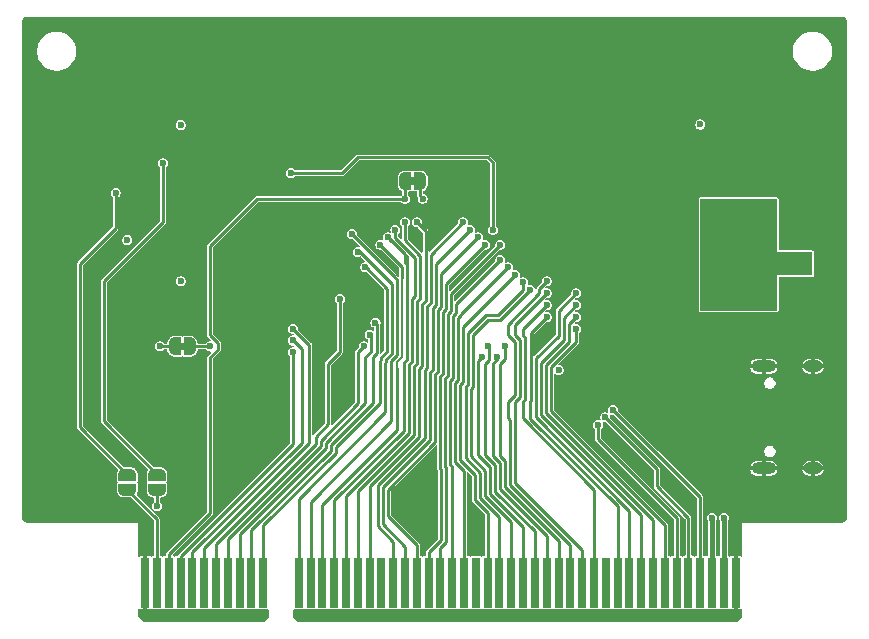
<source format=gbl>
%TF.GenerationSoftware,KiCad,Pcbnew,9.0.4+dfsg-1*%
%TF.CreationDate,2025-10-04T09:30:26+08:00*%
%TF.ProjectId,stmw-mcu-stm32f407,73746d77-2d6d-4637-952d-73746d333266,a*%
%TF.SameCoordinates,Original*%
%TF.FileFunction,Copper,L4,Bot*%
%TF.FilePolarity,Positive*%
%FSLAX45Y45*%
G04 Gerber Fmt 4.5, Leading zero omitted, Abs format (unit mm)*
G04 Created by KiCad (PCBNEW 9.0.4+dfsg-1) date 2025-10-04 09:30:26*
%MOMM*%
%LPD*%
G01*
G04 APERTURE LIST*
G04 Aperture macros list*
%AMFreePoly0*
4,1,23,0.500000,-0.750000,0.000000,-0.750000,0.000000,-0.745722,-0.065263,-0.745722,-0.191342,-0.711940,-0.304381,-0.646677,-0.396677,-0.554381,-0.461940,-0.441342,-0.495722,-0.315263,-0.495722,-0.250000,-0.500000,-0.250000,-0.500000,0.250000,-0.495722,0.250000,-0.495722,0.315263,-0.461940,0.441342,-0.396677,0.554381,-0.304381,0.646677,-0.191342,0.711940,-0.065263,0.745722,0.000000,0.745722,
0.000000,0.750000,0.500000,0.750000,0.500000,-0.750000,0.500000,-0.750000,$1*%
%AMFreePoly1*
4,1,23,0.000000,0.745722,0.065263,0.745722,0.191342,0.711940,0.304381,0.646677,0.396677,0.554381,0.461940,0.441342,0.495722,0.315263,0.495722,0.250000,0.500000,0.250000,0.500000,-0.250000,0.495722,-0.250000,0.495722,-0.315263,0.461940,-0.441342,0.396677,-0.554381,0.304381,-0.646677,0.191342,-0.711940,0.065263,-0.745722,0.000000,-0.745722,0.000000,-0.750000,-0.500000,-0.750000,
-0.500000,0.750000,0.000000,0.750000,0.000000,0.745722,0.000000,0.745722,$1*%
G04 Aperture macros list end*
%TA.AperFunction,EtchedComponent*%
%ADD10C,0.000000*%
%TD*%
%TA.AperFunction,ConnectorPad*%
%ADD11R,0.700000X4.300000*%
%TD*%
%TA.AperFunction,ComponentPad*%
%ADD12O,2.100000X1.000000*%
%TD*%
%TA.AperFunction,ComponentPad*%
%ADD13O,1.600000X1.000000*%
%TD*%
%TA.AperFunction,SMDPad,CuDef*%
%ADD14FreePoly0,270.000000*%
%TD*%
%TA.AperFunction,SMDPad,CuDef*%
%ADD15FreePoly1,270.000000*%
%TD*%
%TA.AperFunction,SMDPad,CuDef*%
%ADD16FreePoly0,0.000000*%
%TD*%
%TA.AperFunction,SMDPad,CuDef*%
%ADD17FreePoly1,0.000000*%
%TD*%
%TA.AperFunction,SMDPad,CuDef*%
%ADD18FreePoly0,180.000000*%
%TD*%
%TA.AperFunction,SMDPad,CuDef*%
%ADD19FreePoly1,180.000000*%
%TD*%
%TA.AperFunction,ViaPad*%
%ADD20C,0.600000*%
%TD*%
%TA.AperFunction,Conductor*%
%ADD21C,0.228600*%
%TD*%
%TA.AperFunction,Conductor*%
%ADD22C,0.457200*%
%TD*%
%TA.AperFunction,Conductor*%
%ADD23C,0.200000*%
%TD*%
G04 APERTURE END LIST*
D10*
%TA.AperFunction,EtchedComponent*%
%TO.C,JP2*%
G36*
X12890000Y-9780000D02*
G01*
X12840000Y-9780000D01*
X12840000Y-9720000D01*
X12890000Y-9720000D01*
X12890000Y-9780000D01*
G37*
%TD.AperFunction*%
%TA.AperFunction,EtchedComponent*%
%TO.C,JP1*%
G36*
X14840000Y-8380000D02*
G01*
X14790000Y-8380000D01*
X14790000Y-8320000D01*
X14840000Y-8320000D01*
X14840000Y-8380000D01*
G37*
%TD.AperFunction*%
%TD*%
D11*
%TO.P,J1,A1,GND*%
%TO.N,GND*%
X12550000Y-11750000D03*
%TO.P,J1,A2,NRST*%
%TO.N,HNRST*%
X12650000Y-11750000D03*
%TO.P,J1,A3,VBAT*%
%TO.N,VBAT*%
X12750000Y-11750000D03*
%TO.P,J1,A4,PA2*%
%TO.N,PA2*%
X12850000Y-11750000D03*
%TO.P,J1,A5,PA1*%
%TO.N,PA1*%
X12950000Y-11750000D03*
%TO.P,J1,A6,PA0*%
%TO.N,PA0*%
X13050000Y-11750000D03*
%TO.P,J1,A7,PC3*%
%TO.N,PC3*%
X13150000Y-11750000D03*
%TO.P,J1,A8,PC2*%
%TO.N,PC2*%
X13250000Y-11750000D03*
%TO.P,J1,A9,PC1*%
%TO.N,PC1*%
X13350000Y-11750000D03*
%TO.P,J1,A10,PC0*%
%TO.N,PC0*%
X13450000Y-11750000D03*
%TO.P,J1,A11,PC15*%
%TO.N,PC15*%
X13550000Y-11750000D03*
%TO.P,J1,A12,PC14*%
%TO.N,PC14*%
X13850000Y-11750000D03*
%TO.P,J1,A13,PC13*%
%TO.N,PC13*%
X13950000Y-11750000D03*
%TO.P,J1,A14,PE6*%
%TO.N,PE6*%
X14050000Y-11750000D03*
%TO.P,J1,A15,PE5*%
%TO.N,PE5*%
X14150000Y-11750000D03*
%TO.P,J1,A16,PE4*%
%TO.N,PE4*%
X14250000Y-11750000D03*
%TO.P,J1,A17,PE3*%
%TO.N,PE3*%
X14350000Y-11750000D03*
%TO.P,J1,A18,PE2*%
%TO.N,PE2*%
X14450000Y-11750000D03*
%TO.P,J1,A19,U1*%
%TO.N,U1*%
X14550000Y-11750000D03*
%TO.P,J1,A20,PE1*%
%TO.N,PE1*%
X14650000Y-11750000D03*
%TO.P,J1,A21,PE0*%
%TO.N,PE0*%
X14750000Y-11750000D03*
%TO.P,J1,A22,PB9*%
%TO.N,PB9*%
X14850000Y-11750000D03*
%TO.P,J1,A23,PB8*%
%TO.N,PB8*%
X14950000Y-11750000D03*
%TO.P,J1,A24,PB7*%
%TO.N,PB7*%
X15050000Y-11750000D03*
%TO.P,J1,A25,PB6*%
%TO.N,PB6*%
X15150000Y-11750000D03*
%TO.P,J1,A26,PB5*%
%TO.N,PB5*%
X15250000Y-11750000D03*
%TO.P,J1,A27,U3*%
%TO.N,U3*%
X15350000Y-11750000D03*
%TO.P,J1,A28,PB4*%
%TO.N,PB4*%
X15450000Y-11750000D03*
%TO.P,J1,A29,PB3*%
%TO.N,PB3*%
X15550000Y-11750000D03*
%TO.P,J1,A30,PD7*%
%TO.N,PD7*%
X15650000Y-11750000D03*
%TO.P,J1,A31,PD6*%
%TO.N,PD6*%
X15750000Y-11750000D03*
%TO.P,J1,A32,PD5*%
%TO.N,PD5*%
X15850000Y-11750000D03*
%TO.P,J1,A33,PD4*%
%TO.N,PD4*%
X15950000Y-11750000D03*
%TO.P,J1,A34,PD3*%
%TO.N,PD3*%
X16050000Y-11750000D03*
%TO.P,J1,A35,PD2*%
%TO.N,PD2*%
X16150000Y-11750000D03*
%TO.P,J1,A36,PD1*%
%TO.N,PD1*%
X16250000Y-11750000D03*
%TO.P,J1,A37,PD0*%
%TO.N,PD0*%
X16350000Y-11750000D03*
%TO.P,J1,A38,U5*%
%TO.N,U5*%
X16450000Y-11750000D03*
%TO.P,J1,A39,PC12*%
%TO.N,PC12*%
X16550000Y-11750000D03*
%TO.P,J1,A40,PC11*%
%TO.N,PC11*%
X16650000Y-11750000D03*
%TO.P,J1,A41,PC10*%
%TO.N,PC10*%
X16750000Y-11750000D03*
%TO.P,J1,A42,PA15*%
%TO.N,PA15*%
X16850000Y-11750000D03*
%TO.P,J1,A43,PA14*%
%TO.N,PA14*%
X16950000Y-11750000D03*
%TO.P,J1,A44,PA11*%
%TO.N,PA11*%
X17050000Y-11750000D03*
%TO.P,J1,A45,PA12*%
%TO.N,PA12*%
X17150000Y-11750000D03*
%TO.P,J1,A46,PA13*%
%TO.N,PA13*%
X17250000Y-11750000D03*
%TO.P,J1,A47,3V3*%
%TO.N,+3V3*%
X17350000Y-11750000D03*
%TO.P,J1,A48,5V*%
%TO.N,+5V*%
X17450000Y-11750000D03*
%TO.P,J1,A49,GND*%
%TO.N,GND*%
X17550000Y-11750000D03*
%TD*%
D12*
%TO.P,J2,S1,SHIELD*%
%TO.N,GND*%
X17787000Y-10782000D03*
D13*
X18205000Y-10782000D03*
D12*
X17787000Y-9918000D03*
D13*
X18205000Y-9918000D03*
%TD*%
D14*
%TO.P,JP3,1,A*%
%TO.N,NRST*%
X12400000Y-10835000D03*
D15*
%TO.P,JP3,2,B*%
%TO.N,HNRST*%
X12400000Y-10965000D03*
%TD*%
D16*
%TO.P,JP2,1,A*%
%TO.N,+3V3*%
X12800000Y-9750000D03*
D17*
%TO.P,JP2,2,B*%
%TO.N,VDDA*%
X12930000Y-9750000D03*
%TD*%
D14*
%TO.P,JP4,1,A*%
%TO.N,BO0*%
X12650000Y-10835000D03*
D15*
%TO.P,JP4,2,B*%
%TO.N,HBO0*%
X12650000Y-10965000D03*
%TD*%
D18*
%TO.P,JP1,1,A*%
%TO.N,+3V3*%
X14880000Y-8350000D03*
D19*
%TO.P,JP1,2,B*%
%TO.N,VBAT*%
X14750000Y-8350000D03*
%TD*%
D20*
%TO.N,PA14*%
X16200000Y-9600000D03*
%TO.N,PA2*%
X13800000Y-9800000D03*
%TO.N,PA1*%
X13800000Y-9700000D03*
%TO.N,PA0*%
X13800000Y-9600000D03*
%TO.N,PC0*%
X14500000Y-9550000D03*
%TO.N,PA13*%
X16510000Y-10287000D03*
%TO.N,+5V*%
X17450000Y-11200000D03*
%TO.N,GND*%
X11650000Y-8450000D03*
X18250000Y-9450000D03*
X12700000Y-8050000D03*
X11650000Y-8600000D03*
X15350000Y-11400000D03*
X17145000Y-11049000D03*
X14250000Y-10050000D03*
X11900000Y-8550000D03*
X12100000Y-7900000D03*
X18400000Y-11100000D03*
X17900000Y-10250000D03*
X14950000Y-10950000D03*
X13500000Y-10350000D03*
X16300000Y-10500000D03*
X17200000Y-10350000D03*
X16510000Y-10541000D03*
X17900000Y-10400000D03*
X14100000Y-9150000D03*
X17550000Y-11450000D03*
X17550000Y-11300000D03*
X18250000Y-9300000D03*
X11650000Y-8300000D03*
%TO.N,VBAT*%
X14750000Y-8500000D03*
%TO.N,+3V3*%
X12400000Y-8850000D03*
X14900000Y-8500000D03*
X17250000Y-7871250D03*
X12675000Y-9750000D03*
X17750000Y-9050000D03*
X17500000Y-8550000D03*
X17750000Y-8900000D03*
X12850000Y-9200000D03*
X16050000Y-9950000D03*
X17350000Y-11200000D03*
X17750000Y-9200000D03*
X12850000Y-7875000D03*
%TO.N,NRST*%
X12300000Y-8450000D03*
%TO.N,PA11*%
X16383000Y-10414000D03*
%TO.N,PA12*%
X16446500Y-10350500D03*
%TO.N,VDDA*%
X13100000Y-9750000D03*
%TO.N,PC15*%
X14414500Y-9080500D03*
%TO.N,BO0*%
X13784533Y-8282500D03*
X12700000Y-8200000D03*
X15494000Y-8763000D03*
%TO.N,HBO0*%
X12650000Y-11100000D03*
%TO.N,PC13*%
X14300000Y-8800000D03*
%TO.N,PA15*%
X16200000Y-9500000D03*
%TO.N,PC2*%
X14400000Y-9750000D03*
%TO.N,PE6*%
X14541500Y-8890000D03*
%TO.N,PC1*%
X14450000Y-9650000D03*
%TO.N,PC11*%
X16200000Y-9300000D03*
%TO.N,PD0*%
X15950000Y-9400000D03*
%TO.N,PE2*%
X14850000Y-8700000D03*
%TO.N,PB4*%
X15684500Y-9144000D03*
%TO.N,PB7*%
X15557500Y-8890000D03*
%TO.N,PC3*%
X14200000Y-9350000D03*
%TO.N,PB3*%
X15748000Y-9207500D03*
%TO.N,PC10*%
X16200000Y-9400000D03*
%TO.N,PE3*%
X14750000Y-8700000D03*
%TO.N,PD4*%
X15525750Y-9842500D03*
%TO.N,PE1*%
X15240000Y-8699500D03*
%TO.N,PB9*%
X15367000Y-8826500D03*
%TO.N,PB6*%
X15557500Y-9017000D03*
%TO.N,PD5*%
X15450000Y-9750000D03*
%TO.N,PD7*%
X15811500Y-9271000D03*
%TO.N,PB8*%
X15430500Y-8890000D03*
%TO.N,PC14*%
X14350000Y-8950000D03*
%TO.N,PD6*%
X15398750Y-9842500D03*
%TO.N,PB5*%
X15621000Y-9080500D03*
%TO.N,PE5*%
X14605000Y-8826500D03*
%TO.N,PC12*%
X15950000Y-9500000D03*
%TO.N,PD2*%
X15950000Y-9200000D03*
%TO.N,PD1*%
X15950000Y-9300000D03*
%TO.N,PE4*%
X14668500Y-8763000D03*
%TO.N,PD3*%
X15600000Y-9750000D03*
%TO.N,PE0*%
X15303500Y-8763000D03*
%TD*%
D21*
%TO.N,PA14*%
X16950000Y-11258770D02*
X15988470Y-10297240D01*
X16950000Y-11750000D02*
X16950000Y-11258770D01*
X15988470Y-9924513D02*
X16200000Y-9712983D01*
X15988470Y-10297240D02*
X15988470Y-9924513D01*
X16200000Y-9712983D02*
X16200000Y-9600000D01*
%TO.N,PA2*%
X13800000Y-10577000D02*
X12850000Y-11527000D01*
X12850000Y-11527000D02*
X12850000Y-11750000D01*
X13800000Y-9800000D02*
X13800000Y-10577000D01*
%TO.N,PA1*%
X12950000Y-11494613D02*
X12950000Y-11750000D01*
X13800000Y-9700000D02*
X13875000Y-9775000D01*
X13875000Y-10569613D02*
X12950000Y-11494613D01*
X13875000Y-9775000D02*
X13875000Y-10569613D01*
%TO.N,PA0*%
X13050000Y-11460896D02*
X13050000Y-11750000D01*
X13938555Y-10572341D02*
X13938555Y-9738555D01*
X13938555Y-10572341D02*
X13050000Y-11460896D01*
X13938555Y-9738555D02*
X13800000Y-9600000D01*
%TO.N,PC0*%
X14121440Y-10582947D02*
X14121440Y-10631909D01*
X14511530Y-9561530D02*
X14500000Y-9550000D01*
X14478000Y-10226387D02*
X14121440Y-10582947D01*
X14478000Y-9842500D02*
X14478000Y-10226387D01*
X13450000Y-11303349D02*
X13450000Y-11750000D01*
X14511530Y-9808970D02*
X14511530Y-9561530D01*
X14478000Y-9842500D02*
X14511530Y-9808970D01*
X14121440Y-10631909D02*
X13450000Y-11303349D01*
%TO.N,PA13*%
X17250000Y-11027000D02*
X17250000Y-11750000D01*
X16510000Y-10287000D02*
X17250000Y-11027000D01*
D22*
%TO.N,+5V*%
X17450000Y-11200000D02*
X17450000Y-11750000D01*
D21*
%TO.N,VBAT*%
X13100000Y-9656054D02*
X13100000Y-8900000D01*
X12750000Y-11750000D02*
X12750000Y-11512140D01*
X13100000Y-8900000D02*
X13500000Y-8500000D01*
X13166430Y-9722484D02*
X13100000Y-9656054D01*
X13100000Y-9843946D02*
X13166430Y-9777516D01*
X13500000Y-8500000D02*
X14750000Y-8500000D01*
X13166430Y-9777516D02*
X13166430Y-9722484D01*
X13100000Y-11162140D02*
X13100000Y-9843946D01*
X12750000Y-11512140D02*
X13100000Y-11162140D01*
X14750000Y-8350000D02*
X14750000Y-8500000D01*
D22*
%TO.N,+3V3*%
X17350000Y-11196819D02*
X17350000Y-11200000D01*
D21*
X14880000Y-8480000D02*
X14900000Y-8500000D01*
X12800000Y-9750000D02*
X12675000Y-9750000D01*
D22*
X17350000Y-11750000D02*
X17350000Y-11196819D01*
D21*
X14880000Y-8350000D02*
X14880000Y-8480000D01*
%TO.N,NRST*%
X12000000Y-9050000D02*
X12300000Y-8750000D01*
X12400000Y-10835000D02*
X12000000Y-10435000D01*
X12000000Y-10435000D02*
X12000000Y-9050000D01*
X12300000Y-8750000D02*
X12300000Y-8450000D01*
%TO.N,PA11*%
X16383000Y-10533000D02*
X17050000Y-11200000D01*
X16383000Y-10414000D02*
X16383000Y-10533000D01*
X17050000Y-11200000D02*
X17050000Y-11750000D01*
%TO.N,PA12*%
X16446500Y-10350500D02*
X16881500Y-10785500D01*
X16881500Y-10931500D02*
X17150000Y-11200000D01*
X17150000Y-11200000D02*
X17150000Y-11750000D01*
X16881500Y-10785500D02*
X16881500Y-10931500D01*
%TO.N,VDDA*%
X12930000Y-9750000D02*
X13100000Y-9750000D01*
%TO.N,PC15*%
X14598570Y-9790960D02*
X14542860Y-9846670D01*
X14542860Y-9867753D02*
X14539530Y-9871083D01*
X14598570Y-9380172D02*
X14598570Y-9790960D01*
X14414500Y-9080500D02*
X14417387Y-9080500D01*
X14164300Y-10649662D02*
X13550000Y-11263962D01*
X14417387Y-9080500D02*
X14600000Y-9263113D01*
X14600000Y-9263113D02*
X14600000Y-9378742D01*
X14539530Y-9871083D02*
X14539530Y-10225470D01*
X13550000Y-11263962D02*
X13550000Y-11750000D01*
X14600000Y-9378742D02*
X14598570Y-9380172D01*
X14539530Y-10225470D02*
X14164300Y-10600700D01*
X14542860Y-9846670D02*
X14542860Y-9867753D01*
X14164300Y-10600700D02*
X14164300Y-10649662D01*
%TO.N,HNRST*%
X12650000Y-11750000D02*
X12650000Y-11215000D01*
X12650000Y-11215000D02*
X12400000Y-10965000D01*
%TO.N,BO0*%
X12650000Y-10835000D02*
X12200000Y-10385000D01*
X14350000Y-8150000D02*
X14217500Y-8282500D01*
X15450000Y-8150000D02*
X14350000Y-8150000D01*
X12700000Y-8700000D02*
X12700000Y-8200000D01*
X15494000Y-8763000D02*
X15494000Y-8194000D01*
X12200000Y-10385000D02*
X12200000Y-9200000D01*
X12200000Y-9200000D02*
X12700000Y-8700000D01*
X14217500Y-8282500D02*
X13784533Y-8282500D01*
X15494000Y-8194000D02*
X15450000Y-8150000D01*
%TO.N,HBO0*%
X12650000Y-10965000D02*
X12650000Y-11100000D01*
%TO.N,PC13*%
X14635557Y-9875200D02*
X14684290Y-9826466D01*
X14684290Y-9415678D02*
X14685720Y-9414248D01*
X13950000Y-11066113D02*
X14635557Y-10380557D01*
X14685720Y-9250000D02*
X14685720Y-9187742D01*
X14684290Y-9826466D02*
X14684290Y-9415678D01*
X14652627Y-9154649D02*
X14652627Y-9152627D01*
X13950000Y-11750000D02*
X13950000Y-11066113D01*
X14685720Y-9414248D02*
X14685720Y-9250000D01*
X14685720Y-9187742D02*
X14652627Y-9154649D01*
X14635557Y-10380557D02*
X14635557Y-9875200D01*
X14652627Y-9152627D02*
X14300000Y-8800000D01*
%TO.N,PA15*%
X16850000Y-11750000D02*
X16850000Y-11219384D01*
X16135720Y-9716650D02*
X16135720Y-9564280D01*
X15945610Y-9906760D02*
X16135720Y-9716650D01*
X16135720Y-9564280D02*
X16200000Y-9500000D01*
X16850000Y-11219384D02*
X15945610Y-10314994D01*
X15945610Y-10314994D02*
X15945610Y-9906760D01*
%TO.N,PC2*%
X14035720Y-10547440D02*
X14350000Y-10233160D01*
X13250000Y-11750000D02*
X13250000Y-11382122D01*
X14035720Y-10596402D02*
X14035720Y-10547440D01*
X14350000Y-10233160D02*
X14350000Y-9800000D01*
X13250000Y-11382122D02*
X14035720Y-10596402D01*
X14350000Y-9800000D02*
X14400000Y-9750000D01*
%TO.N,PE6*%
X14727150Y-9168559D02*
X14727150Y-9119183D01*
D23*
X14725720Y-9432839D02*
X14727150Y-9431409D01*
D21*
X14725720Y-9117753D02*
X14725720Y-9074220D01*
X14050000Y-11093113D02*
X14050000Y-11750000D01*
D23*
X14725720Y-9843627D02*
X14725720Y-9432839D01*
D21*
X14684400Y-9937000D02*
X14684400Y-10458713D01*
X14727150Y-9119183D02*
X14725720Y-9117753D01*
X14684400Y-10458713D02*
X14050000Y-11093113D01*
D23*
X14727150Y-9431409D02*
X14727150Y-9168559D01*
X14684400Y-9937000D02*
X14684400Y-9884947D01*
D21*
X14725720Y-9074220D02*
X14541500Y-8890000D01*
D23*
X14684400Y-9884947D02*
X14725720Y-9843627D01*
D21*
%TO.N,PC1*%
X14078580Y-10565194D02*
X14414500Y-10229274D01*
X13350000Y-11750000D02*
X13350000Y-11342736D01*
X13350000Y-11342736D02*
X14078580Y-10614156D01*
X14414500Y-10229274D02*
X14414500Y-9842500D01*
X14078580Y-10614156D02*
X14078580Y-10565194D01*
X14461530Y-9661530D02*
X14450000Y-9650000D01*
X14414500Y-9842500D02*
X14461530Y-9795470D01*
X14461530Y-9795470D02*
X14461530Y-9661530D01*
%TO.N,PC11*%
X16650000Y-11140610D02*
X16650000Y-11750000D01*
X16050000Y-9659890D02*
X15859890Y-9850000D01*
X16050000Y-9450000D02*
X16050000Y-9659890D01*
X15859890Y-10350500D02*
X16650000Y-11140610D01*
X15859890Y-9850000D02*
X15859890Y-10350500D01*
X16200000Y-9300000D02*
X16050000Y-9450000D01*
%TO.N,PD0*%
X16350000Y-11750000D02*
X16350000Y-10962119D01*
X15770220Y-10195506D02*
X15770220Y-9679994D01*
X15748000Y-9602000D02*
X15950000Y-9400000D01*
X15770220Y-9679994D02*
X15748000Y-9657774D01*
X15748000Y-10360119D02*
X15748000Y-10217726D01*
X15748000Y-10217726D02*
X15770220Y-10195506D01*
X15748000Y-9657774D02*
X15748000Y-9602000D01*
X16350000Y-10962119D02*
X15748000Y-10360119D01*
%TO.N,PE2*%
X14897160Y-9912618D02*
X14869400Y-9940378D01*
X14450000Y-10935566D02*
X14450000Y-11750000D01*
X14924080Y-9361788D02*
X14897160Y-9388708D01*
X14897160Y-9388708D02*
X14897160Y-9912618D01*
X14869400Y-10516166D02*
X14450000Y-10935566D01*
X14924080Y-8774080D02*
X14924080Y-9361788D01*
X14850000Y-8700000D02*
X14924080Y-8774080D01*
X14869400Y-9940378D02*
X14869400Y-10516166D01*
%TO.N,PB4*%
X15240045Y-9588455D02*
X15240045Y-10054639D01*
X15684500Y-9144000D02*
X15240045Y-9588455D01*
X15219750Y-10074934D02*
X15219750Y-10714976D01*
X15341620Y-11050526D02*
X15450000Y-11158906D01*
X15341620Y-10836846D02*
X15341620Y-11050526D01*
X15240045Y-10054639D02*
X15219750Y-10074934D01*
X15450000Y-11158906D02*
X15450000Y-11750000D01*
X15219750Y-10714976D02*
X15341620Y-10836846D01*
%TO.N,PB7*%
X15111461Y-10001383D02*
X15111461Y-9477473D01*
X15050000Y-11454113D02*
X15097100Y-11407013D01*
X15050000Y-11750000D02*
X15050000Y-11454113D01*
X15138380Y-9450554D02*
X15138380Y-9309120D01*
X15138380Y-9309120D02*
X15557500Y-8890000D01*
X15097100Y-10774166D02*
X15091170Y-10768236D01*
X15097100Y-11407013D02*
X15097100Y-10774166D01*
X15111461Y-9477473D02*
X15138380Y-9450554D01*
X15091170Y-10021674D02*
X15111461Y-10001383D01*
X15091170Y-10768236D02*
X15091170Y-10021674D01*
%TO.N,PC3*%
X14097000Y-9900000D02*
X14097000Y-10409766D01*
X14200000Y-9797000D02*
X14097000Y-9900000D01*
X13150000Y-11421509D02*
X13150000Y-11750000D01*
X14097000Y-10409766D02*
X13992860Y-10513906D01*
X14200000Y-9350000D02*
X14200000Y-9797000D01*
X13992860Y-10513906D02*
X13992860Y-10578649D01*
X13992860Y-10578649D02*
X13150000Y-11421509D01*
%TO.N,PB3*%
X15537001Y-9482140D02*
X15748000Y-9271141D01*
X15262610Y-10697223D02*
X15262610Y-10092687D01*
X15748000Y-9271141D02*
X15748000Y-9207500D01*
X15384480Y-10819093D02*
X15262610Y-10697223D01*
X15433626Y-9482140D02*
X15537001Y-9482140D01*
X15282906Y-10072392D02*
X15282906Y-9632861D01*
X15550000Y-11198292D02*
X15384480Y-11032772D01*
X15262610Y-10092687D02*
X15282906Y-10072392D01*
X15282906Y-9632861D02*
X15433626Y-9482140D01*
X15550000Y-11750000D02*
X15550000Y-11198292D01*
X15384480Y-11032772D02*
X15384480Y-10819093D01*
%TO.N,PC10*%
X15902750Y-9888724D02*
X15902750Y-10332747D01*
X15902750Y-10332747D02*
X16750000Y-11179997D01*
X16200000Y-9400000D02*
X16092860Y-9507140D01*
X16092860Y-9698614D02*
X15902750Y-9888724D01*
X16092860Y-9507140D02*
X16092860Y-9698614D01*
X16750000Y-11179997D02*
X16750000Y-11750000D01*
%TO.N,PE3*%
X14854300Y-9894864D02*
X14854300Y-9370955D01*
X14826540Y-10498413D02*
X14826540Y-9922624D01*
X14881220Y-8981220D02*
X14750000Y-8850000D01*
X14350000Y-10974953D02*
X14826540Y-10498413D01*
X14881220Y-9344035D02*
X14881220Y-8981220D01*
X14826540Y-9922624D02*
X14854300Y-9894864D01*
X14750000Y-8850000D02*
X14750000Y-8700000D01*
X14350000Y-11750000D02*
X14350000Y-10974953D01*
X14854300Y-9370955D02*
X14881220Y-9344035D01*
%TO.N,PD4*%
X15950000Y-11750000D02*
X15950000Y-11355840D01*
X15494000Y-9894880D02*
X15525750Y-9863130D01*
X15555920Y-10961760D02*
X15555920Y-10738760D01*
X15494000Y-10676840D02*
X15494000Y-9894880D01*
X15525750Y-9863130D02*
X15525750Y-9842500D01*
X15555920Y-10738760D02*
X15494000Y-10676840D01*
X15950000Y-11355840D02*
X15555920Y-10961760D01*
%TO.N,PE1*%
X14519280Y-11275006D02*
X14650000Y-11405726D01*
X14919260Y-9951131D02*
X14919260Y-10526919D01*
X15240000Y-8699500D02*
X14966940Y-8972560D01*
X14966940Y-9379541D02*
X14940020Y-9406461D01*
X14940020Y-9930371D02*
X14919260Y-9951131D01*
X14940020Y-9406461D02*
X14940020Y-9930371D01*
X14919260Y-10526919D02*
X14519280Y-10926899D01*
X14519280Y-10926899D02*
X14519280Y-11275006D01*
X14966940Y-8972560D02*
X14966940Y-9379541D01*
X14650000Y-11405726D02*
X14650000Y-11750000D01*
%TO.N,PB9*%
X14605000Y-11185000D02*
X14605000Y-10962406D01*
X15052660Y-9415048D02*
X15052660Y-9140840D01*
X15025740Y-9965877D02*
X15025740Y-9441968D01*
X15025740Y-9441968D02*
X15052660Y-9415048D01*
X14850000Y-11430000D02*
X14605000Y-11185000D01*
X14850000Y-11750000D02*
X14850000Y-11430000D01*
X15004980Y-9986637D02*
X15025740Y-9965877D01*
X15052660Y-9140840D02*
X15367000Y-8826500D01*
X15004980Y-10562426D02*
X15004980Y-9986637D01*
X14605000Y-10962406D02*
X15004980Y-10562426D01*
%TO.N,PB6*%
X15134030Y-10039427D02*
X15154322Y-10019135D01*
X15154322Y-10019135D02*
X15154322Y-9495225D01*
X15150000Y-10766453D02*
X15134030Y-10750483D01*
X15150000Y-11750000D02*
X15150000Y-10766453D01*
X15181240Y-9393260D02*
X15557500Y-9017000D01*
X15181240Y-9468307D02*
X15181240Y-9393260D01*
X15134030Y-10750483D02*
X15134030Y-10039427D01*
X15154322Y-9495225D02*
X15181240Y-9468307D01*
%TO.N,PD5*%
X15430500Y-9897767D02*
X15460280Y-9867987D01*
X15430500Y-10673953D02*
X15513060Y-10756513D01*
X15460280Y-9760280D02*
X15450000Y-9750000D01*
X15430500Y-10673953D02*
X15430500Y-9897767D01*
X15850000Y-11316453D02*
X15850000Y-11750000D01*
X15513060Y-10979513D02*
X15850000Y-11316453D01*
X15513060Y-10756513D02*
X15513060Y-10979513D01*
X15460280Y-9867987D02*
X15460280Y-9760280D01*
%TO.N,PD7*%
X15305470Y-10110441D02*
X15325766Y-10090144D01*
X15650000Y-11750000D02*
X15650000Y-11237679D01*
X15305470Y-10679470D02*
X15305470Y-10110441D01*
X15451380Y-9525000D02*
X15557500Y-9525000D01*
X15427340Y-11015019D02*
X15427340Y-10801340D01*
X15325766Y-10090144D02*
X15325766Y-9650613D01*
X15650000Y-11237679D02*
X15427340Y-11015019D01*
X15427340Y-10801340D02*
X15305470Y-10679470D01*
X15325766Y-9650613D02*
X15451380Y-9525000D01*
X15557500Y-9525000D02*
X15811500Y-9271000D01*
%TO.N,PB8*%
X15048310Y-10003921D02*
X15048310Y-10785989D01*
X15054240Y-10791919D02*
X15054240Y-11389260D01*
X15068601Y-9459720D02*
X15068601Y-9983630D01*
X15048310Y-10785989D02*
X15054240Y-10791919D01*
X14950000Y-11493500D02*
X14950000Y-11750000D01*
X15095520Y-9432801D02*
X15068601Y-9459720D01*
X15430500Y-8890000D02*
X15095520Y-9224980D01*
X15068601Y-9983630D02*
X15048310Y-10003921D01*
X15054240Y-11389260D02*
X14950000Y-11493500D01*
X15095520Y-9224980D02*
X15095520Y-9432801D01*
%TO.N,PC14*%
X13850000Y-11038689D02*
X13850000Y-11750000D01*
X14585720Y-9864423D02*
X14585720Y-9885506D01*
X14585720Y-9885506D02*
X14582590Y-9888636D01*
X14641430Y-9808713D02*
X14585720Y-9864423D01*
X14642860Y-9221843D02*
X14642860Y-9396495D01*
X14582590Y-10306099D02*
X13850000Y-11038689D01*
X14350000Y-8950000D02*
X14371017Y-8950000D01*
X14371017Y-8950000D02*
X14642860Y-9221843D01*
X14642860Y-9396495D02*
X14641430Y-9397925D01*
X14641430Y-9397925D02*
X14641430Y-9808713D01*
X14582590Y-9888636D02*
X14582590Y-10306099D01*
%TO.N,PD6*%
X15368626Y-9872624D02*
X15398750Y-9842500D01*
X15470200Y-10997266D02*
X15470200Y-10774266D01*
X15470200Y-10774266D02*
X15367000Y-10671066D01*
X15367000Y-10109524D02*
X15368626Y-10107898D01*
X15750000Y-11277066D02*
X15470200Y-10997266D01*
X15368626Y-10107898D02*
X15368626Y-9872624D01*
X15750000Y-11750000D02*
X15750000Y-11277066D01*
X15367000Y-10671066D02*
X15367000Y-10109524D01*
%TO.N,PB5*%
X15224100Y-9486060D02*
X15197183Y-9512978D01*
X15176890Y-10732730D02*
X15250000Y-10805840D01*
X15197183Y-10036888D02*
X15176890Y-10057181D01*
X15176890Y-10057181D02*
X15176890Y-10732730D01*
X15250000Y-10805840D02*
X15250000Y-11750000D01*
X15197183Y-9512978D02*
X15197183Y-10036888D01*
X15224100Y-9477400D02*
X15224100Y-9486060D01*
X15621000Y-9080500D02*
X15224100Y-9477400D01*
D23*
%TO.N,PE5*%
X14768580Y-9185720D02*
X14768580Y-9100000D01*
D21*
X14748290Y-9036177D02*
X14748290Y-8969790D01*
D23*
X14767150Y-9187150D02*
X14768580Y-9185720D01*
D21*
X14768580Y-8990363D02*
X14729109Y-8950891D01*
X14768580Y-9100000D02*
X14768580Y-8990363D01*
X14767150Y-9860788D02*
X14740820Y-9887118D01*
X14767150Y-9450000D02*
X14767150Y-9860788D01*
X14625440Y-8846940D02*
X14625440Y-8847223D01*
X14770010Y-9186595D02*
X14770010Y-9057897D01*
X14740820Y-10462906D02*
X14150000Y-11053726D01*
X14740820Y-9887118D02*
X14740820Y-10462906D01*
D23*
X14767150Y-9450000D02*
X14767150Y-9187150D01*
D21*
X14625440Y-8847223D02*
X14729109Y-8950891D01*
X14605000Y-8826500D02*
X14625440Y-8846940D01*
X14150000Y-11053726D02*
X14150000Y-11750000D01*
D23*
X14767150Y-9508766D02*
X14767150Y-9450000D01*
D21*
X14770010Y-9057897D02*
X14748290Y-9036177D01*
X14768580Y-9509358D02*
X14768580Y-9188025D01*
X14768580Y-9188025D02*
X14770010Y-9186595D01*
X14748290Y-8969790D02*
X14605000Y-8826500D01*
%TO.N,PC12*%
X16550000Y-11101365D02*
X15811500Y-10362865D01*
X15811500Y-10214840D02*
X15813080Y-10213260D01*
X15813080Y-10213260D02*
X15813080Y-9636920D01*
X15813080Y-9636920D02*
X15950000Y-9500000D01*
X16550000Y-11750000D02*
X16550000Y-11101365D01*
X15811500Y-10362865D02*
X15811500Y-10214840D01*
%TO.N,PD2*%
X15641640Y-10375268D02*
X15621000Y-10354628D01*
X15888470Y-9261530D02*
X15950000Y-9200000D01*
X15621000Y-9652000D02*
X15621000Y-9568245D01*
X16150000Y-11434613D02*
X15641640Y-10926253D01*
X16150000Y-11750000D02*
X16150000Y-11434613D01*
X15621000Y-9652000D02*
X15684500Y-9715500D01*
X15621000Y-9568245D02*
X15888470Y-9300775D01*
X15888470Y-9300775D02*
X15888470Y-9261530D01*
X15641640Y-10926253D02*
X15641640Y-10375268D01*
X15684500Y-9715500D02*
X15684500Y-10160000D01*
X15684500Y-10160000D02*
X15621000Y-10223500D01*
X15621000Y-10354628D02*
X15621000Y-10223500D01*
%TO.N,PD1*%
X16250000Y-11474000D02*
X15684500Y-10908500D01*
X15684500Y-9654887D02*
X15684500Y-9565500D01*
X16250000Y-11750000D02*
X16250000Y-11474000D01*
X15684500Y-10220613D02*
X15727360Y-10177753D01*
X15684500Y-9565500D02*
X15950000Y-9300000D01*
X15727360Y-10177753D02*
X15727360Y-9697747D01*
X15684500Y-10908500D02*
X15684500Y-10220613D01*
X15727360Y-9697747D02*
X15684500Y-9654887D01*
%TO.N,PE4*%
X14811440Y-9353202D02*
X14838360Y-9326282D01*
X14783680Y-10480660D02*
X14783680Y-9904871D01*
X14668500Y-8829387D02*
X14668500Y-8763000D01*
X14250000Y-11014340D02*
X14783680Y-10480660D01*
X14838360Y-9326282D02*
X14838360Y-8999247D01*
X14783680Y-9904871D02*
X14811440Y-9877111D01*
X14250000Y-11750000D02*
X14250000Y-11014340D01*
X14838360Y-8999247D02*
X14668500Y-8829387D01*
X14811440Y-9877111D02*
X14811440Y-9353202D01*
%TO.N,PD3*%
X15557500Y-9897767D02*
X15600000Y-9855267D01*
X15557500Y-10679726D02*
X15598780Y-10721006D01*
X15598780Y-10944006D02*
X16050000Y-11395226D01*
X15598780Y-10721006D02*
X15598780Y-10944006D01*
X16050000Y-11395226D02*
X16050000Y-11750000D01*
X15557500Y-10679726D02*
X15557500Y-9897767D01*
X15600000Y-9855267D02*
X15600000Y-9750000D01*
%TO.N,PE0*%
X15009800Y-9056700D02*
X15009800Y-9397294D01*
X14982880Y-9424214D02*
X14982880Y-9948124D01*
X15009800Y-9397294D02*
X14982880Y-9424214D01*
X15303500Y-8763000D02*
X15009800Y-9056700D01*
X14962120Y-10544672D02*
X14562140Y-10944652D01*
X14750000Y-11445113D02*
X14750000Y-11750000D01*
X14562140Y-10944652D02*
X14562140Y-11257253D01*
X14562140Y-11257253D02*
X14750000Y-11445113D01*
X14962120Y-9968884D02*
X14962120Y-10544672D01*
X14982880Y-9948124D02*
X14962120Y-9968884D01*
%TD*%
%TA.AperFunction,Conductor*%
%TO.N,GND*%
G36*
X18450406Y-6957723D02*
G01*
X18460140Y-6959005D01*
X18461715Y-6959427D01*
X18470405Y-6963026D01*
X18471818Y-6963842D01*
X18479279Y-6969567D01*
X18480433Y-6970721D01*
X18486158Y-6978182D01*
X18486974Y-6979595D01*
X18490573Y-6988284D01*
X18490995Y-6989860D01*
X18492277Y-6999593D01*
X18492330Y-7000409D01*
X18492330Y-11199590D01*
X18492277Y-11200406D01*
X18490995Y-11210140D01*
X18490573Y-11211716D01*
X18486974Y-11220405D01*
X18486158Y-11221818D01*
X18480433Y-11229279D01*
X18479279Y-11230433D01*
X18471818Y-11236158D01*
X18470405Y-11236974D01*
X18461716Y-11240573D01*
X18460140Y-11240995D01*
X18450406Y-11242276D01*
X18449591Y-11242330D01*
X17613474Y-11242330D01*
X17610655Y-11243497D01*
X17610655Y-11243498D01*
X17608498Y-11245655D01*
X17608498Y-11245655D01*
X17607330Y-11248474D01*
X17607330Y-11524956D01*
X17605499Y-11529376D01*
X17601080Y-11531206D01*
X17596661Y-11529376D01*
X17595883Y-11528429D01*
X17594156Y-11525844D01*
X17589955Y-11523037D01*
X17586251Y-11522300D01*
X17565240Y-11522300D01*
X17565240Y-11977700D01*
X17586251Y-11977700D01*
X17589955Y-11976963D01*
X17589955Y-11976963D01*
X17594156Y-11974156D01*
X17595883Y-11971571D01*
X17599861Y-11968914D01*
X17604552Y-11969847D01*
X17607210Y-11973824D01*
X17607330Y-11975044D01*
X17607330Y-12039234D01*
X17605499Y-12043653D01*
X17563654Y-12085499D01*
X17559234Y-12087330D01*
X13850766Y-12087330D01*
X13846346Y-12085499D01*
X13804501Y-12043653D01*
X13802670Y-12039234D01*
X13802670Y-11983163D01*
X13804501Y-11978743D01*
X13808920Y-11976913D01*
X13810139Y-11977033D01*
X13813744Y-11977750D01*
X13813744Y-11977750D01*
X13886256Y-11977750D01*
X13886256Y-11977750D01*
X13889975Y-11977010D01*
X13894192Y-11974192D01*
X13894803Y-11973278D01*
X13898780Y-11970620D01*
X13903472Y-11971553D01*
X13905197Y-11973277D01*
X13905808Y-11974192D01*
X13910025Y-11977010D01*
X13913744Y-11977750D01*
X13913744Y-11977750D01*
X13986256Y-11977750D01*
X13986256Y-11977750D01*
X13989975Y-11977010D01*
X13994192Y-11974192D01*
X13994803Y-11973278D01*
X13998780Y-11970620D01*
X14003472Y-11971553D01*
X14005197Y-11973277D01*
X14005808Y-11974192D01*
X14010025Y-11977010D01*
X14013744Y-11977750D01*
X14013744Y-11977750D01*
X14086256Y-11977750D01*
X14086256Y-11977750D01*
X14089975Y-11977010D01*
X14094192Y-11974192D01*
X14094803Y-11973278D01*
X14098780Y-11970620D01*
X14103472Y-11971553D01*
X14105197Y-11973277D01*
X14105808Y-11974192D01*
X14110025Y-11977010D01*
X14113744Y-11977750D01*
X14113744Y-11977750D01*
X14186256Y-11977750D01*
X14186256Y-11977750D01*
X14189975Y-11977010D01*
X14194192Y-11974192D01*
X14194803Y-11973278D01*
X14198780Y-11970620D01*
X14203472Y-11971553D01*
X14205197Y-11973277D01*
X14205808Y-11974192D01*
X14210025Y-11977010D01*
X14213744Y-11977750D01*
X14213744Y-11977750D01*
X14286256Y-11977750D01*
X14286256Y-11977750D01*
X14289975Y-11977010D01*
X14294192Y-11974192D01*
X14294803Y-11973278D01*
X14298780Y-11970620D01*
X14303472Y-11971553D01*
X14305197Y-11973277D01*
X14305808Y-11974192D01*
X14310025Y-11977010D01*
X14313744Y-11977750D01*
X14313744Y-11977750D01*
X14386256Y-11977750D01*
X14386256Y-11977750D01*
X14389975Y-11977010D01*
X14394192Y-11974192D01*
X14394803Y-11973278D01*
X14398780Y-11970620D01*
X14403472Y-11971553D01*
X14405197Y-11973277D01*
X14405808Y-11974192D01*
X14410025Y-11977010D01*
X14413744Y-11977750D01*
X14413744Y-11977750D01*
X14486256Y-11977750D01*
X14486256Y-11977750D01*
X14489975Y-11977010D01*
X14494192Y-11974192D01*
X14494803Y-11973278D01*
X14498780Y-11970620D01*
X14503472Y-11971553D01*
X14505197Y-11973277D01*
X14505808Y-11974192D01*
X14510025Y-11977010D01*
X14513744Y-11977750D01*
X14513744Y-11977750D01*
X14586256Y-11977750D01*
X14586256Y-11977750D01*
X14589975Y-11977010D01*
X14594192Y-11974192D01*
X14594803Y-11973278D01*
X14598780Y-11970620D01*
X14603472Y-11971553D01*
X14605197Y-11973277D01*
X14605808Y-11974192D01*
X14610025Y-11977010D01*
X14613744Y-11977750D01*
X14613744Y-11977750D01*
X14686256Y-11977750D01*
X14686256Y-11977750D01*
X14689975Y-11977010D01*
X14694192Y-11974192D01*
X14694803Y-11973278D01*
X14698780Y-11970620D01*
X14703472Y-11971553D01*
X14705197Y-11973277D01*
X14705808Y-11974192D01*
X14710025Y-11977010D01*
X14713744Y-11977750D01*
X14713744Y-11977750D01*
X14786256Y-11977750D01*
X14786256Y-11977750D01*
X14789975Y-11977010D01*
X14794192Y-11974192D01*
X14794803Y-11973278D01*
X14798780Y-11970620D01*
X14803472Y-11971553D01*
X14805197Y-11973277D01*
X14805808Y-11974192D01*
X14810025Y-11977010D01*
X14813744Y-11977750D01*
X14813744Y-11977750D01*
X14886256Y-11977750D01*
X14886256Y-11977750D01*
X14889975Y-11977010D01*
X14894192Y-11974192D01*
X14894803Y-11973278D01*
X14898780Y-11970620D01*
X14903472Y-11971553D01*
X14905197Y-11973277D01*
X14905808Y-11974192D01*
X14910025Y-11977010D01*
X14913744Y-11977750D01*
X14913744Y-11977750D01*
X14986256Y-11977750D01*
X14986256Y-11977750D01*
X14989975Y-11977010D01*
X14994192Y-11974192D01*
X14994803Y-11973278D01*
X14998780Y-11970620D01*
X15003472Y-11971553D01*
X15005197Y-11973277D01*
X15005808Y-11974192D01*
X15010025Y-11977010D01*
X15013744Y-11977750D01*
X15013744Y-11977750D01*
X15086256Y-11977750D01*
X15086256Y-11977750D01*
X15089975Y-11977010D01*
X15094192Y-11974192D01*
X15094803Y-11973278D01*
X15098780Y-11970620D01*
X15103472Y-11971553D01*
X15105197Y-11973277D01*
X15105808Y-11974192D01*
X15110025Y-11977010D01*
X15113744Y-11977750D01*
X15113744Y-11977750D01*
X15186256Y-11977750D01*
X15186256Y-11977750D01*
X15189975Y-11977010D01*
X15194192Y-11974192D01*
X15194803Y-11973278D01*
X15198780Y-11970620D01*
X15203472Y-11971553D01*
X15205197Y-11973277D01*
X15205808Y-11974192D01*
X15210025Y-11977010D01*
X15213744Y-11977750D01*
X15213744Y-11977750D01*
X15286256Y-11977750D01*
X15286256Y-11977750D01*
X15289975Y-11977010D01*
X15294192Y-11974192D01*
X15294803Y-11973278D01*
X15298780Y-11970620D01*
X15303472Y-11971553D01*
X15305197Y-11973277D01*
X15305808Y-11974192D01*
X15310025Y-11977010D01*
X15313744Y-11977750D01*
X15313744Y-11977750D01*
X15386256Y-11977750D01*
X15386256Y-11977750D01*
X15389975Y-11977010D01*
X15394192Y-11974192D01*
X15394803Y-11973278D01*
X15398780Y-11970620D01*
X15403472Y-11971553D01*
X15405197Y-11973277D01*
X15405808Y-11974192D01*
X15410025Y-11977010D01*
X15413744Y-11977750D01*
X15413744Y-11977750D01*
X15486256Y-11977750D01*
X15486256Y-11977750D01*
X15489975Y-11977010D01*
X15494192Y-11974192D01*
X15494803Y-11973278D01*
X15498780Y-11970620D01*
X15503472Y-11971553D01*
X15505197Y-11973277D01*
X15505808Y-11974192D01*
X15510025Y-11977010D01*
X15513744Y-11977750D01*
X15513744Y-11977750D01*
X15586256Y-11977750D01*
X15586256Y-11977750D01*
X15589975Y-11977010D01*
X15594192Y-11974192D01*
X15594803Y-11973278D01*
X15598780Y-11970620D01*
X15603472Y-11971553D01*
X15605197Y-11973277D01*
X15605808Y-11974192D01*
X15610025Y-11977010D01*
X15613744Y-11977750D01*
X15613744Y-11977750D01*
X15686256Y-11977750D01*
X15686256Y-11977750D01*
X15689975Y-11977010D01*
X15694192Y-11974192D01*
X15694803Y-11973278D01*
X15698780Y-11970620D01*
X15703472Y-11971553D01*
X15705197Y-11973277D01*
X15705808Y-11974192D01*
X15710025Y-11977010D01*
X15713744Y-11977750D01*
X15713744Y-11977750D01*
X15786256Y-11977750D01*
X15786256Y-11977750D01*
X15789975Y-11977010D01*
X15794192Y-11974192D01*
X15794803Y-11973278D01*
X15798780Y-11970620D01*
X15803472Y-11971553D01*
X15805197Y-11973277D01*
X15805808Y-11974192D01*
X15810025Y-11977010D01*
X15813744Y-11977750D01*
X15813744Y-11977750D01*
X15886256Y-11977750D01*
X15886256Y-11977750D01*
X15889975Y-11977010D01*
X15894192Y-11974192D01*
X15894803Y-11973278D01*
X15898780Y-11970620D01*
X15903472Y-11971553D01*
X15905197Y-11973277D01*
X15905808Y-11974192D01*
X15910025Y-11977010D01*
X15913744Y-11977750D01*
X15913744Y-11977750D01*
X15986256Y-11977750D01*
X15986256Y-11977750D01*
X15989975Y-11977010D01*
X15994192Y-11974192D01*
X15994803Y-11973278D01*
X15998780Y-11970620D01*
X16003472Y-11971553D01*
X16005197Y-11973277D01*
X16005808Y-11974192D01*
X16010025Y-11977010D01*
X16013744Y-11977750D01*
X16013744Y-11977750D01*
X16086256Y-11977750D01*
X16086256Y-11977750D01*
X16089975Y-11977010D01*
X16094192Y-11974192D01*
X16094803Y-11973278D01*
X16098780Y-11970620D01*
X16103472Y-11971553D01*
X16105197Y-11973277D01*
X16105808Y-11974192D01*
X16110025Y-11977010D01*
X16113744Y-11977750D01*
X16113744Y-11977750D01*
X16186256Y-11977750D01*
X16186256Y-11977750D01*
X16189975Y-11977010D01*
X16194192Y-11974192D01*
X16194803Y-11973278D01*
X16198780Y-11970620D01*
X16203472Y-11971553D01*
X16205197Y-11973277D01*
X16205808Y-11974192D01*
X16210025Y-11977010D01*
X16213744Y-11977750D01*
X16213744Y-11977750D01*
X16286256Y-11977750D01*
X16286256Y-11977750D01*
X16289975Y-11977010D01*
X16294192Y-11974192D01*
X16294803Y-11973278D01*
X16298780Y-11970620D01*
X16303472Y-11971553D01*
X16305197Y-11973277D01*
X16305808Y-11974192D01*
X16310025Y-11977010D01*
X16313744Y-11977750D01*
X16313744Y-11977750D01*
X16386256Y-11977750D01*
X16386256Y-11977750D01*
X16389975Y-11977010D01*
X16394192Y-11974192D01*
X16394803Y-11973278D01*
X16398780Y-11970620D01*
X16403472Y-11971553D01*
X16405197Y-11973277D01*
X16405808Y-11974192D01*
X16410025Y-11977010D01*
X16413744Y-11977750D01*
X16413744Y-11977750D01*
X16486256Y-11977750D01*
X16486256Y-11977750D01*
X16489975Y-11977010D01*
X16494192Y-11974192D01*
X16494803Y-11973278D01*
X16498780Y-11970620D01*
X16503472Y-11971553D01*
X16505197Y-11973277D01*
X16505808Y-11974192D01*
X16510025Y-11977010D01*
X16513744Y-11977750D01*
X16513744Y-11977750D01*
X16586256Y-11977750D01*
X16586256Y-11977750D01*
X16589975Y-11977010D01*
X16594192Y-11974192D01*
X16594803Y-11973278D01*
X16598780Y-11970620D01*
X16603472Y-11971553D01*
X16605197Y-11973277D01*
X16605808Y-11974192D01*
X16610025Y-11977010D01*
X16613744Y-11977750D01*
X16613744Y-11977750D01*
X16686256Y-11977750D01*
X16686256Y-11977750D01*
X16689975Y-11977010D01*
X16694192Y-11974192D01*
X16694803Y-11973278D01*
X16698780Y-11970620D01*
X16703472Y-11971553D01*
X16705197Y-11973277D01*
X16705808Y-11974192D01*
X16710025Y-11977010D01*
X16713744Y-11977750D01*
X16713744Y-11977750D01*
X16786256Y-11977750D01*
X16786256Y-11977750D01*
X16789975Y-11977010D01*
X16794192Y-11974192D01*
X16794803Y-11973278D01*
X16798781Y-11970620D01*
X16803472Y-11971553D01*
X16805197Y-11973277D01*
X16805808Y-11974192D01*
X16810025Y-11977010D01*
X16813744Y-11977750D01*
X16813744Y-11977750D01*
X16886256Y-11977750D01*
X16886256Y-11977750D01*
X16889975Y-11977010D01*
X16894192Y-11974192D01*
X16894803Y-11973278D01*
X16898781Y-11970620D01*
X16903472Y-11971553D01*
X16905197Y-11973277D01*
X16905808Y-11974192D01*
X16910025Y-11977010D01*
X16913744Y-11977750D01*
X16913744Y-11977750D01*
X16986256Y-11977750D01*
X16986256Y-11977750D01*
X16989975Y-11977010D01*
X16994192Y-11974192D01*
X16994803Y-11973278D01*
X16998781Y-11970620D01*
X17003472Y-11971553D01*
X17005197Y-11973277D01*
X17005808Y-11974192D01*
X17010025Y-11977010D01*
X17013744Y-11977750D01*
X17013744Y-11977750D01*
X17086256Y-11977750D01*
X17086256Y-11977750D01*
X17089975Y-11977010D01*
X17094192Y-11974192D01*
X17094803Y-11973278D01*
X17098781Y-11970620D01*
X17103472Y-11971553D01*
X17105197Y-11973277D01*
X17105808Y-11974192D01*
X17110025Y-11977010D01*
X17113744Y-11977750D01*
X17113744Y-11977750D01*
X17186256Y-11977750D01*
X17186256Y-11977750D01*
X17189975Y-11977010D01*
X17194192Y-11974192D01*
X17194803Y-11973278D01*
X17198781Y-11970620D01*
X17203472Y-11971553D01*
X17205197Y-11973277D01*
X17205808Y-11974192D01*
X17210025Y-11977010D01*
X17213744Y-11977750D01*
X17213744Y-11977750D01*
X17286256Y-11977750D01*
X17286256Y-11977750D01*
X17289975Y-11977010D01*
X17294192Y-11974192D01*
X17294803Y-11973278D01*
X17298781Y-11970620D01*
X17303472Y-11971553D01*
X17305197Y-11973277D01*
X17305808Y-11974192D01*
X17310025Y-11977010D01*
X17313744Y-11977750D01*
X17313744Y-11977750D01*
X17386256Y-11977750D01*
X17386256Y-11977750D01*
X17389975Y-11977010D01*
X17394192Y-11974192D01*
X17394803Y-11973278D01*
X17398781Y-11970620D01*
X17403472Y-11971553D01*
X17405197Y-11973277D01*
X17405808Y-11974192D01*
X17410025Y-11977010D01*
X17413744Y-11977750D01*
X17413744Y-11977750D01*
X17486256Y-11977750D01*
X17486256Y-11977750D01*
X17489975Y-11977010D01*
X17494192Y-11974192D01*
X17494833Y-11973233D01*
X17498810Y-11970575D01*
X17503502Y-11971508D01*
X17505227Y-11973233D01*
X17505844Y-11974156D01*
X17510045Y-11976963D01*
X17513749Y-11977700D01*
X17534760Y-11977700D01*
X17534760Y-11522300D01*
X17513749Y-11522300D01*
X17510045Y-11523037D01*
X17510045Y-11523037D01*
X17505844Y-11525844D01*
X17505227Y-11526767D01*
X17501249Y-11529425D01*
X17496558Y-11528492D01*
X17496218Y-11528247D01*
X17495404Y-11527621D01*
X17494192Y-11525808D01*
X17489975Y-11522990D01*
X17489183Y-11522832D01*
X17488048Y-11521958D01*
X17487236Y-11520548D01*
X17486086Y-11519397D01*
X17485828Y-11518099D01*
X17485662Y-11517812D01*
X17485724Y-11517581D01*
X17485610Y-11517006D01*
X17485610Y-11225496D01*
X17486447Y-11222371D01*
X17489837Y-11216501D01*
X17489837Y-11216501D01*
X17490881Y-11212604D01*
X17492750Y-11205628D01*
X17492750Y-11194372D01*
X17489837Y-11183499D01*
X17489837Y-11183499D01*
X17484209Y-11173751D01*
X17484208Y-11173750D01*
X17476250Y-11165792D01*
X17476249Y-11165791D01*
X17466501Y-11160163D01*
X17466501Y-11160163D01*
X17455629Y-11157250D01*
X17455628Y-11157250D01*
X17455628Y-11157250D01*
X17444372Y-11157250D01*
X17444372Y-11157250D01*
X17444371Y-11157250D01*
X17433499Y-11160163D01*
X17433499Y-11160163D01*
X17423751Y-11165791D01*
X17423750Y-11165792D01*
X17415792Y-11173750D01*
X17415791Y-11173751D01*
X17410163Y-11183499D01*
X17410163Y-11183499D01*
X17407250Y-11194371D01*
X17407250Y-11194372D01*
X17407250Y-11205628D01*
X17407250Y-11205629D01*
X17410163Y-11216501D01*
X17410163Y-11216501D01*
X17413553Y-11222371D01*
X17414390Y-11225496D01*
X17414390Y-11517006D01*
X17412559Y-11521425D01*
X17411944Y-11521965D01*
X17410812Y-11522833D01*
X17410025Y-11522990D01*
X17405808Y-11525808D01*
X17404623Y-11527581D01*
X17403804Y-11528209D01*
X17402415Y-11528581D01*
X17401219Y-11529380D01*
X17400194Y-11529176D01*
X17399183Y-11529446D01*
X17397938Y-11528727D01*
X17396528Y-11528447D01*
X17395264Y-11527183D01*
X17395041Y-11527054D01*
X17395007Y-11526925D01*
X17394803Y-11526722D01*
X17394192Y-11525808D01*
X17389975Y-11522990D01*
X17389468Y-11522780D01*
X17386086Y-11519397D01*
X17385610Y-11517006D01*
X17385610Y-11225496D01*
X17386447Y-11222371D01*
X17389837Y-11216501D01*
X17389837Y-11216501D01*
X17390881Y-11212604D01*
X17392750Y-11205628D01*
X17392750Y-11194372D01*
X17389837Y-11183499D01*
X17389837Y-11183499D01*
X17384209Y-11173751D01*
X17384208Y-11173750D01*
X17376250Y-11165792D01*
X17376249Y-11165791D01*
X17366501Y-11160163D01*
X17366501Y-11160163D01*
X17355629Y-11157250D01*
X17355628Y-11157250D01*
X17355628Y-11157250D01*
X17344372Y-11157250D01*
X17344372Y-11157250D01*
X17344371Y-11157250D01*
X17333499Y-11160163D01*
X17333499Y-11160163D01*
X17323751Y-11165791D01*
X17323750Y-11165792D01*
X17315792Y-11173750D01*
X17315791Y-11173751D01*
X17310163Y-11183499D01*
X17310163Y-11183499D01*
X17307250Y-11194371D01*
X17307250Y-11194372D01*
X17307250Y-11205628D01*
X17307250Y-11205629D01*
X17310163Y-11216501D01*
X17310163Y-11216501D01*
X17313553Y-11222371D01*
X17314390Y-11225496D01*
X17314390Y-11517006D01*
X17312559Y-11521425D01*
X17311944Y-11521965D01*
X17310812Y-11522833D01*
X17310025Y-11522990D01*
X17305808Y-11525808D01*
X17304623Y-11527581D01*
X17303804Y-11528209D01*
X17302415Y-11528581D01*
X17301219Y-11529380D01*
X17300194Y-11529176D01*
X17299183Y-11529446D01*
X17297938Y-11528727D01*
X17296528Y-11528447D01*
X17295264Y-11527183D01*
X17295041Y-11527054D01*
X17295007Y-11526925D01*
X17294803Y-11526722D01*
X17294192Y-11525808D01*
X17289975Y-11522990D01*
X17288920Y-11522780D01*
X17286256Y-11522250D01*
X17286256Y-11522250D01*
X17280430Y-11522250D01*
X17276011Y-11520419D01*
X17274180Y-11516000D01*
X17274180Y-11022190D01*
X17271817Y-11016485D01*
X17270499Y-11013303D01*
X17263697Y-11006501D01*
X17023956Y-10766760D01*
X17671103Y-10766760D01*
X17671103Y-10766760D01*
X17706158Y-10766760D01*
X17704044Y-10770420D01*
X17702000Y-10778050D01*
X17702000Y-10785950D01*
X17704044Y-10793580D01*
X17706158Y-10797240D01*
X17671103Y-10797240D01*
X17671709Y-10800289D01*
X17676436Y-10811700D01*
X17676436Y-10811700D01*
X17683298Y-10821969D01*
X17692031Y-10830702D01*
X17702300Y-10837564D01*
X17702300Y-10837564D01*
X17713711Y-10842291D01*
X17725825Y-10844700D01*
X17725825Y-10844700D01*
X17771760Y-10844700D01*
X17771760Y-10812000D01*
X17802240Y-10812000D01*
X17802240Y-10844700D01*
X17848175Y-10844700D01*
X17848175Y-10844700D01*
X17860289Y-10842291D01*
X17871700Y-10837564D01*
X17871700Y-10837564D01*
X17881969Y-10830702D01*
X17890702Y-10821969D01*
X17897564Y-10811700D01*
X17897564Y-10811700D01*
X17902291Y-10800289D01*
X17902897Y-10797240D01*
X17867842Y-10797240D01*
X17869956Y-10793580D01*
X17872000Y-10785950D01*
X17872000Y-10778050D01*
X17869956Y-10770420D01*
X17867842Y-10766760D01*
X17902897Y-10766760D01*
X17902897Y-10766760D01*
X18114103Y-10766760D01*
X18114103Y-10766760D01*
X18149158Y-10766760D01*
X18147044Y-10770420D01*
X18145000Y-10778050D01*
X18145000Y-10785950D01*
X18147044Y-10793580D01*
X18149158Y-10797240D01*
X18114103Y-10797240D01*
X18114709Y-10800289D01*
X18119436Y-10811700D01*
X18119436Y-10811700D01*
X18126298Y-10821969D01*
X18135031Y-10830702D01*
X18145300Y-10837564D01*
X18145300Y-10837564D01*
X18156711Y-10842291D01*
X18168825Y-10844700D01*
X18168825Y-10844700D01*
X18189760Y-10844700D01*
X18189760Y-10812000D01*
X18220240Y-10812000D01*
X18220240Y-10844700D01*
X18241175Y-10844700D01*
X18241175Y-10844700D01*
X18253289Y-10842291D01*
X18264700Y-10837564D01*
X18264700Y-10837564D01*
X18274969Y-10830702D01*
X18283702Y-10821969D01*
X18290564Y-10811700D01*
X18290564Y-10811700D01*
X18295291Y-10800289D01*
X18295897Y-10797240D01*
X18260842Y-10797240D01*
X18262956Y-10793580D01*
X18265000Y-10785950D01*
X18265000Y-10778050D01*
X18262956Y-10770420D01*
X18260842Y-10766760D01*
X18295897Y-10766760D01*
X18295897Y-10766760D01*
X18295291Y-10763711D01*
X18290564Y-10752300D01*
X18290564Y-10752300D01*
X18283702Y-10742031D01*
X18274969Y-10733298D01*
X18264700Y-10726436D01*
X18264700Y-10726436D01*
X18253289Y-10721709D01*
X18241175Y-10719300D01*
X18220240Y-10719300D01*
X18220240Y-10752000D01*
X18189760Y-10752000D01*
X18189760Y-10719300D01*
X18168825Y-10719300D01*
X18156711Y-10721709D01*
X18145300Y-10726436D01*
X18145300Y-10726436D01*
X18135031Y-10733298D01*
X18126298Y-10742031D01*
X18119436Y-10752300D01*
X18119436Y-10752300D01*
X18114709Y-10763711D01*
X18114103Y-10766760D01*
X17902897Y-10766760D01*
X17902291Y-10763711D01*
X17897564Y-10752300D01*
X17897564Y-10752300D01*
X17890702Y-10742031D01*
X17881969Y-10733298D01*
X17871700Y-10726436D01*
X17871700Y-10726436D01*
X17860289Y-10721709D01*
X17848175Y-10719300D01*
X17802240Y-10719300D01*
X17802240Y-10752000D01*
X17771760Y-10752000D01*
X17771760Y-10719300D01*
X17725825Y-10719300D01*
X17713711Y-10721709D01*
X17702300Y-10726436D01*
X17702300Y-10726436D01*
X17692031Y-10733298D01*
X17683298Y-10742031D01*
X17676436Y-10752300D01*
X17676436Y-10752300D01*
X17671709Y-10763711D01*
X17671103Y-10766760D01*
X17023956Y-10766760D01*
X16889904Y-10632708D01*
X17792210Y-10632708D01*
X17792210Y-10645292D01*
X17792210Y-10645292D01*
X17795467Y-10657446D01*
X17795467Y-10657446D01*
X17795467Y-10657446D01*
X17801292Y-10667536D01*
X17801759Y-10668344D01*
X17801759Y-10668344D01*
X17810656Y-10677241D01*
X17810656Y-10677241D01*
X17810656Y-10677242D01*
X17818836Y-10681964D01*
X17821554Y-10683533D01*
X17821554Y-10683533D01*
X17826143Y-10684763D01*
X17833708Y-10686790D01*
X17833708Y-10686790D01*
X17846292Y-10686790D01*
X17846292Y-10686790D01*
X17858446Y-10683533D01*
X17869344Y-10677242D01*
X17878242Y-10668344D01*
X17884533Y-10657446D01*
X17887790Y-10645292D01*
X17887790Y-10632708D01*
X17884533Y-10620554D01*
X17878242Y-10609656D01*
X17878241Y-10609656D01*
X17878241Y-10609656D01*
X17869344Y-10600759D01*
X17869344Y-10600759D01*
X17869344Y-10600759D01*
X17863895Y-10597613D01*
X17858446Y-10594467D01*
X17858446Y-10594467D01*
X17846292Y-10591210D01*
X17846292Y-10591210D01*
X17846292Y-10591210D01*
X17833708Y-10591210D01*
X17833708Y-10591210D01*
X17833708Y-10591210D01*
X17821554Y-10594467D01*
X17821554Y-10594467D01*
X17810656Y-10600759D01*
X17810656Y-10600759D01*
X17801759Y-10609656D01*
X17801759Y-10609656D01*
X17795467Y-10620554D01*
X17795467Y-10620554D01*
X17792210Y-10632708D01*
X17792210Y-10632708D01*
X16889904Y-10632708D01*
X16554581Y-10297385D01*
X16552750Y-10292966D01*
X16552750Y-10281372D01*
X16552750Y-10281371D01*
X16549837Y-10270499D01*
X16549837Y-10270499D01*
X16544208Y-10260751D01*
X16544208Y-10260750D01*
X16536250Y-10252792D01*
X16536249Y-10252791D01*
X16526501Y-10247163D01*
X16526501Y-10247163D01*
X16515629Y-10244250D01*
X16515628Y-10244250D01*
X16515628Y-10244250D01*
X16504372Y-10244250D01*
X16504372Y-10244250D01*
X16504371Y-10244250D01*
X16493499Y-10247163D01*
X16493499Y-10247163D01*
X16483751Y-10252791D01*
X16483750Y-10252792D01*
X16475792Y-10260750D01*
X16475791Y-10260751D01*
X16470163Y-10270499D01*
X16470163Y-10270499D01*
X16467250Y-10281371D01*
X16467250Y-10281372D01*
X16467250Y-10292628D01*
X16467250Y-10292629D01*
X16469983Y-10302829D01*
X16469359Y-10307571D01*
X16465564Y-10310483D01*
X16462328Y-10310483D01*
X16452129Y-10307750D01*
X16452128Y-10307750D01*
X16452128Y-10307750D01*
X16440872Y-10307750D01*
X16440872Y-10307750D01*
X16440871Y-10307750D01*
X16429999Y-10310663D01*
X16429999Y-10310663D01*
X16420251Y-10316291D01*
X16420250Y-10316292D01*
X16412292Y-10324250D01*
X16412291Y-10324251D01*
X16406663Y-10333999D01*
X16406663Y-10333999D01*
X16403750Y-10344871D01*
X16403750Y-10344872D01*
X16403750Y-10356128D01*
X16403750Y-10356129D01*
X16406483Y-10366329D01*
X16405859Y-10371071D01*
X16402064Y-10373983D01*
X16398828Y-10373983D01*
X16388629Y-10371250D01*
X16388628Y-10371250D01*
X16388628Y-10371250D01*
X16377372Y-10371250D01*
X16377372Y-10371250D01*
X16377371Y-10371250D01*
X16366499Y-10374163D01*
X16366499Y-10374163D01*
X16356751Y-10379791D01*
X16356750Y-10379792D01*
X16348792Y-10387750D01*
X16348791Y-10387751D01*
X16343163Y-10397499D01*
X16343163Y-10397499D01*
X16340250Y-10408371D01*
X16340250Y-10408372D01*
X16340250Y-10419628D01*
X16340250Y-10419629D01*
X16343163Y-10430501D01*
X16343163Y-10430501D01*
X16348791Y-10440249D01*
X16348792Y-10440250D01*
X16356989Y-10448447D01*
X16358820Y-10452867D01*
X16358820Y-10528190D01*
X16358820Y-10537810D01*
X16362501Y-10546697D01*
X17023989Y-11208185D01*
X17025820Y-11212604D01*
X17025820Y-11516000D01*
X17023989Y-11520419D01*
X17019570Y-11522250D01*
X17013744Y-11522250D01*
X17012427Y-11522512D01*
X17010025Y-11522990D01*
X17010025Y-11522990D01*
X17005808Y-11525808D01*
X17005197Y-11526722D01*
X17001219Y-11529380D01*
X16996528Y-11528447D01*
X16994803Y-11526722D01*
X16994192Y-11525808D01*
X16989975Y-11522990D01*
X16988920Y-11522780D01*
X16986256Y-11522250D01*
X16986256Y-11522250D01*
X16980430Y-11522250D01*
X16976011Y-11520419D01*
X16974180Y-11516000D01*
X16974180Y-11253961D01*
X16974180Y-11253961D01*
X16970499Y-11245073D01*
X16967702Y-11242276D01*
X16963341Y-11237916D01*
X16963340Y-11237915D01*
X16014481Y-10289055D01*
X16012650Y-10284636D01*
X16012650Y-10054708D01*
X17792210Y-10054708D01*
X17792210Y-10067292D01*
X17792210Y-10067292D01*
X17795467Y-10079446D01*
X17795467Y-10079446D01*
X17801759Y-10090344D01*
X17801759Y-10090344D01*
X17810656Y-10099241D01*
X17810656Y-10099241D01*
X17810656Y-10099242D01*
X17821554Y-10105533D01*
X17821554Y-10105533D01*
X17828096Y-10107286D01*
X17833708Y-10108790D01*
X17833708Y-10108790D01*
X17846292Y-10108790D01*
X17846292Y-10108790D01*
X17858446Y-10105533D01*
X17869344Y-10099242D01*
X17878242Y-10090344D01*
X17884533Y-10079446D01*
X17887790Y-10067292D01*
X17887790Y-10054708D01*
X17884533Y-10042554D01*
X17878242Y-10031656D01*
X17878241Y-10031656D01*
X17878241Y-10031656D01*
X17869344Y-10022759D01*
X17869344Y-10022759D01*
X17869344Y-10022759D01*
X17863895Y-10019613D01*
X17858446Y-10016467D01*
X17858446Y-10016467D01*
X17846292Y-10013210D01*
X17846292Y-10013210D01*
X17846292Y-10013210D01*
X17833708Y-10013210D01*
X17833708Y-10013210D01*
X17833708Y-10013210D01*
X17821554Y-10016467D01*
X17821554Y-10016467D01*
X17810656Y-10022759D01*
X17810656Y-10022759D01*
X17801759Y-10031656D01*
X17801759Y-10031656D01*
X17795467Y-10042554D01*
X17795467Y-10042554D01*
X17792210Y-10054708D01*
X17792210Y-10054708D01*
X16012650Y-10054708D01*
X16012650Y-9988197D01*
X16014481Y-9983777D01*
X16018900Y-9981947D01*
X16023319Y-9983777D01*
X16023750Y-9984208D01*
X16023751Y-9984209D01*
X16033499Y-9989837D01*
X16033499Y-9989837D01*
X16044372Y-9992750D01*
X16044372Y-9992750D01*
X16055628Y-9992750D01*
X16055628Y-9992750D01*
X16066501Y-9989837D01*
X16076249Y-9984209D01*
X16084208Y-9976249D01*
X16089837Y-9966501D01*
X16092750Y-9955628D01*
X16092750Y-9944372D01*
X16089837Y-9933499D01*
X16089837Y-9933499D01*
X16084208Y-9923751D01*
X16084208Y-9923750D01*
X16076250Y-9915792D01*
X16076249Y-9915791D01*
X16066501Y-9910163D01*
X16055629Y-9907250D01*
X16055628Y-9907250D01*
X16055628Y-9907250D01*
X16055018Y-9907250D01*
X16050598Y-9905419D01*
X16049497Y-9902760D01*
X17671103Y-9902760D01*
X17671103Y-9902760D01*
X17706158Y-9902760D01*
X17704044Y-9906420D01*
X17702000Y-9914050D01*
X17702000Y-9921950D01*
X17704044Y-9929580D01*
X17706158Y-9933240D01*
X17671103Y-9933240D01*
X17671709Y-9936289D01*
X17676436Y-9947700D01*
X17676436Y-9947700D01*
X17683298Y-9957969D01*
X17692031Y-9966702D01*
X17702300Y-9973564D01*
X17702300Y-9973564D01*
X17713711Y-9978291D01*
X17725825Y-9980700D01*
X17725825Y-9980700D01*
X17771760Y-9980700D01*
X17771760Y-9948000D01*
X17802240Y-9948000D01*
X17802240Y-9980700D01*
X17848175Y-9980700D01*
X17848175Y-9980700D01*
X17860289Y-9978291D01*
X17871700Y-9973564D01*
X17871700Y-9973564D01*
X17881969Y-9966702D01*
X17890702Y-9957969D01*
X17897564Y-9947700D01*
X17897564Y-9947700D01*
X17902291Y-9936289D01*
X17902897Y-9933240D01*
X17867842Y-9933240D01*
X17869956Y-9929580D01*
X17872000Y-9921950D01*
X17872000Y-9914050D01*
X17869956Y-9906420D01*
X17867842Y-9902760D01*
X17902897Y-9902760D01*
X17902897Y-9902760D01*
X18114103Y-9902760D01*
X18114103Y-9902760D01*
X18149158Y-9902760D01*
X18147044Y-9906420D01*
X18145000Y-9914050D01*
X18145000Y-9921950D01*
X18147044Y-9929580D01*
X18149158Y-9933240D01*
X18114103Y-9933240D01*
X18114709Y-9936289D01*
X18119436Y-9947700D01*
X18119436Y-9947700D01*
X18126298Y-9957969D01*
X18135031Y-9966702D01*
X18145300Y-9973564D01*
X18145300Y-9973564D01*
X18156711Y-9978291D01*
X18168825Y-9980700D01*
X18168825Y-9980700D01*
X18189760Y-9980700D01*
X18189760Y-9948000D01*
X18220240Y-9948000D01*
X18220240Y-9980700D01*
X18241175Y-9980700D01*
X18241175Y-9980700D01*
X18253289Y-9978291D01*
X18264700Y-9973564D01*
X18264700Y-9973564D01*
X18274969Y-9966702D01*
X18283702Y-9957969D01*
X18290564Y-9947700D01*
X18290564Y-9947700D01*
X18295291Y-9936289D01*
X18295897Y-9933240D01*
X18260842Y-9933240D01*
X18262956Y-9929580D01*
X18265000Y-9921950D01*
X18265000Y-9914050D01*
X18262956Y-9906420D01*
X18260842Y-9902760D01*
X18295897Y-9902760D01*
X18295897Y-9902760D01*
X18295291Y-9899711D01*
X18290564Y-9888300D01*
X18290564Y-9888300D01*
X18283702Y-9878031D01*
X18274969Y-9869298D01*
X18264700Y-9862436D01*
X18264700Y-9862436D01*
X18253289Y-9857709D01*
X18241175Y-9855300D01*
X18220240Y-9855300D01*
X18220240Y-9888000D01*
X18189760Y-9888000D01*
X18189760Y-9855300D01*
X18168825Y-9855300D01*
X18156711Y-9857709D01*
X18145300Y-9862436D01*
X18145300Y-9862436D01*
X18135031Y-9869298D01*
X18126298Y-9878031D01*
X18119436Y-9888300D01*
X18119436Y-9888300D01*
X18114709Y-9899711D01*
X18114103Y-9902760D01*
X17902897Y-9902760D01*
X17902291Y-9899711D01*
X17897564Y-9888300D01*
X17897564Y-9888300D01*
X17890702Y-9878031D01*
X17881969Y-9869298D01*
X17871700Y-9862436D01*
X17871700Y-9862436D01*
X17860289Y-9857709D01*
X17848175Y-9855300D01*
X17802240Y-9855300D01*
X17802240Y-9888000D01*
X17771760Y-9888000D01*
X17771760Y-9855300D01*
X17725825Y-9855300D01*
X17713711Y-9857709D01*
X17702300Y-9862436D01*
X17702300Y-9862436D01*
X17692031Y-9869298D01*
X17683298Y-9878031D01*
X17676436Y-9888300D01*
X17676436Y-9888300D01*
X17671709Y-9899711D01*
X17671103Y-9902760D01*
X16049497Y-9902760D01*
X16048768Y-9901000D01*
X16050598Y-9896581D01*
X16128974Y-9818205D01*
X16220499Y-9726680D01*
X16224180Y-9717793D01*
X16224180Y-9708174D01*
X16224180Y-9638867D01*
X16226011Y-9634447D01*
X16234208Y-9626250D01*
X16234208Y-9626249D01*
X16239837Y-9616501D01*
X16242750Y-9605628D01*
X16242750Y-9594372D01*
X16239837Y-9583499D01*
X16239837Y-9583499D01*
X16234208Y-9573751D01*
X16234208Y-9573750D01*
X16226250Y-9565792D01*
X16226249Y-9565791D01*
X16216501Y-9560163D01*
X16216501Y-9560163D01*
X16205629Y-9557250D01*
X16205628Y-9557250D01*
X16205628Y-9557250D01*
X16194372Y-9557250D01*
X16194371Y-9557250D01*
X16193097Y-9557591D01*
X16188355Y-9556967D01*
X16185443Y-9553172D01*
X16186067Y-9548429D01*
X16187060Y-9547135D01*
X16189615Y-9544580D01*
X16194034Y-9542750D01*
X16205628Y-9542750D01*
X16205628Y-9542750D01*
X16216501Y-9539837D01*
X16226249Y-9534209D01*
X16234208Y-9526249D01*
X16238647Y-9518561D01*
X16239837Y-9516501D01*
X16239837Y-9516501D01*
X16242750Y-9505628D01*
X16242750Y-9494372D01*
X16239837Y-9483499D01*
X16239837Y-9483499D01*
X16234208Y-9473751D01*
X16234208Y-9473750D01*
X16226250Y-9465792D01*
X16226249Y-9465791D01*
X16216501Y-9460163D01*
X16216501Y-9460163D01*
X16205629Y-9457250D01*
X16205628Y-9457250D01*
X16205628Y-9457250D01*
X16194372Y-9457250D01*
X16194371Y-9457250D01*
X16193097Y-9457591D01*
X16188355Y-9456967D01*
X16185443Y-9453172D01*
X16186067Y-9448429D01*
X16187060Y-9447135D01*
X16189615Y-9444580D01*
X16194034Y-9442750D01*
X16205628Y-9442750D01*
X16205628Y-9442750D01*
X16216501Y-9439837D01*
X16226249Y-9434209D01*
X16234208Y-9426249D01*
X16239837Y-9416501D01*
X16242750Y-9405628D01*
X16242750Y-9394372D01*
X16239837Y-9383499D01*
X16239837Y-9383499D01*
X16234208Y-9373751D01*
X16234208Y-9373750D01*
X16226250Y-9365792D01*
X16226249Y-9365791D01*
X16216501Y-9360163D01*
X16216501Y-9360163D01*
X16205629Y-9357250D01*
X16205628Y-9357250D01*
X16205628Y-9357250D01*
X16194372Y-9357250D01*
X16194371Y-9357250D01*
X16193097Y-9357591D01*
X16188355Y-9356967D01*
X16185443Y-9353172D01*
X16186067Y-9348429D01*
X16187060Y-9347135D01*
X16189615Y-9344580D01*
X16194034Y-9342750D01*
X16205628Y-9342750D01*
X16205628Y-9342750D01*
X16216501Y-9339837D01*
X16226249Y-9334209D01*
X16234208Y-9326249D01*
X16238915Y-9318097D01*
X16239837Y-9316501D01*
X16239837Y-9316501D01*
X16242750Y-9305628D01*
X16242750Y-9294372D01*
X16239837Y-9283499D01*
X16239837Y-9283499D01*
X16234208Y-9273751D01*
X16234208Y-9273750D01*
X16226250Y-9265792D01*
X16226249Y-9265791D01*
X16216501Y-9260163D01*
X16216501Y-9260163D01*
X16205629Y-9257250D01*
X16205628Y-9257250D01*
X16205628Y-9257250D01*
X16194372Y-9257250D01*
X16194372Y-9257250D01*
X16194371Y-9257250D01*
X16183499Y-9260163D01*
X16183499Y-9260163D01*
X16173751Y-9265791D01*
X16173750Y-9265792D01*
X16165792Y-9273750D01*
X16165791Y-9273751D01*
X16160163Y-9283499D01*
X16160163Y-9283499D01*
X16157250Y-9294371D01*
X16157250Y-9294372D01*
X16157250Y-9305965D01*
X16155419Y-9310385D01*
X16036303Y-9429501D01*
X16029501Y-9436303D01*
X16029501Y-9436303D01*
X16025820Y-9445190D01*
X16025820Y-9647286D01*
X16023989Y-9651705D01*
X15847929Y-9827765D01*
X15843510Y-9829596D01*
X15839091Y-9827765D01*
X15837260Y-9823346D01*
X15837260Y-9649524D01*
X15839090Y-9645105D01*
X15939615Y-9544581D01*
X15944034Y-9542750D01*
X15955628Y-9542750D01*
X15955628Y-9542750D01*
X15966501Y-9539837D01*
X15976249Y-9534209D01*
X15984208Y-9526249D01*
X15988647Y-9518561D01*
X15989837Y-9516501D01*
X15989837Y-9516501D01*
X15992750Y-9505628D01*
X15992750Y-9494372D01*
X15989837Y-9483499D01*
X15989837Y-9483499D01*
X15984208Y-9473751D01*
X15984208Y-9473750D01*
X15976250Y-9465792D01*
X15976249Y-9465791D01*
X15966501Y-9460163D01*
X15966501Y-9460163D01*
X15955629Y-9457250D01*
X15955628Y-9457250D01*
X15955628Y-9457250D01*
X15944372Y-9457250D01*
X15944371Y-9457250D01*
X15943097Y-9457591D01*
X15938355Y-9456967D01*
X15935443Y-9453172D01*
X15936067Y-9448429D01*
X15937060Y-9447135D01*
X15939615Y-9444580D01*
X15944034Y-9442750D01*
X15955628Y-9442750D01*
X15955628Y-9442750D01*
X15966501Y-9439837D01*
X15976249Y-9434209D01*
X15984208Y-9426249D01*
X15989837Y-9416501D01*
X15992750Y-9405628D01*
X15992750Y-9394372D01*
X15989837Y-9383499D01*
X15989837Y-9383499D01*
X15984208Y-9373751D01*
X15984208Y-9373750D01*
X15976250Y-9365792D01*
X15976249Y-9365791D01*
X15966501Y-9360163D01*
X15966501Y-9360163D01*
X15955629Y-9357250D01*
X15955628Y-9357250D01*
X15955628Y-9357250D01*
X15944372Y-9357250D01*
X15944371Y-9357250D01*
X15943097Y-9357591D01*
X15938355Y-9356967D01*
X15935443Y-9353172D01*
X15936067Y-9348429D01*
X15937060Y-9347135D01*
X15939615Y-9344580D01*
X15944034Y-9342750D01*
X15955628Y-9342750D01*
X15955628Y-9342750D01*
X15966501Y-9339837D01*
X15976249Y-9334209D01*
X15984208Y-9326249D01*
X15988915Y-9318097D01*
X15989837Y-9316501D01*
X15989837Y-9316501D01*
X15992750Y-9305628D01*
X15992750Y-9294372D01*
X15989837Y-9283499D01*
X15989837Y-9283499D01*
X15984208Y-9273751D01*
X15984208Y-9273750D01*
X15976250Y-9265792D01*
X15976249Y-9265791D01*
X15966501Y-9260163D01*
X15966501Y-9260163D01*
X15955629Y-9257250D01*
X15955628Y-9257250D01*
X15955628Y-9257250D01*
X15944372Y-9257250D01*
X15944371Y-9257250D01*
X15943097Y-9257591D01*
X15938355Y-9256967D01*
X15935443Y-9253172D01*
X15936067Y-9248429D01*
X15937060Y-9247135D01*
X15939615Y-9244581D01*
X15944034Y-9242750D01*
X15955628Y-9242750D01*
X15955628Y-9242750D01*
X15966501Y-9239837D01*
X15976249Y-9234209D01*
X15984208Y-9226249D01*
X15989837Y-9216501D01*
X15992750Y-9205628D01*
X15992750Y-9194372D01*
X15989837Y-9183499D01*
X15989837Y-9183499D01*
X15984208Y-9173751D01*
X15984208Y-9173750D01*
X15976250Y-9165792D01*
X15976249Y-9165791D01*
X15966501Y-9160163D01*
X15966501Y-9160163D01*
X15955629Y-9157250D01*
X15955628Y-9157250D01*
X15955628Y-9157250D01*
X15944372Y-9157250D01*
X15944372Y-9157250D01*
X15944371Y-9157250D01*
X15933499Y-9160163D01*
X15933499Y-9160163D01*
X15923751Y-9165791D01*
X15923750Y-9165792D01*
X15915792Y-9173750D01*
X15915791Y-9173751D01*
X15910163Y-9183499D01*
X15910163Y-9183499D01*
X15907250Y-9194371D01*
X15907250Y-9194372D01*
X15907250Y-9205965D01*
X15905419Y-9210385D01*
X15873894Y-9241910D01*
X15873894Y-9241910D01*
X15867971Y-9247833D01*
X15864290Y-9256721D01*
X15864254Y-9256902D01*
X15864151Y-9257055D01*
X15864054Y-9257289D01*
X15864008Y-9257270D01*
X15861596Y-9260879D01*
X15856904Y-9261812D01*
X15852927Y-9259154D01*
X15852087Y-9257300D01*
X15851337Y-9254499D01*
X15845708Y-9244751D01*
X15845708Y-9244750D01*
X15837750Y-9236792D01*
X15837749Y-9236791D01*
X15828001Y-9231163D01*
X15828001Y-9231163D01*
X15817129Y-9228250D01*
X15817128Y-9228250D01*
X15817128Y-9228250D01*
X15805872Y-9228250D01*
X15805872Y-9228250D01*
X15805871Y-9228250D01*
X15795671Y-9230983D01*
X15790929Y-9230359D01*
X15788017Y-9226564D01*
X15788017Y-9223329D01*
X15790750Y-9213128D01*
X15790750Y-9201872D01*
X15787837Y-9190999D01*
X15787837Y-9190999D01*
X15782208Y-9181251D01*
X15782208Y-9181250D01*
X15774250Y-9173292D01*
X15774249Y-9173291D01*
X15764501Y-9167663D01*
X15764501Y-9167663D01*
X15753629Y-9164750D01*
X15753628Y-9164750D01*
X15753628Y-9164750D01*
X15742372Y-9164750D01*
X15742372Y-9164750D01*
X15742371Y-9164750D01*
X15732171Y-9167483D01*
X15727429Y-9166859D01*
X15724517Y-9163064D01*
X15724517Y-9159829D01*
X15727250Y-9149628D01*
X15727250Y-9138372D01*
X15724337Y-9127499D01*
X15724337Y-9127499D01*
X15718708Y-9117751D01*
X15718708Y-9117750D01*
X15710750Y-9109792D01*
X15710749Y-9109791D01*
X15701001Y-9104163D01*
X15701001Y-9104163D01*
X15690129Y-9101250D01*
X15690128Y-9101250D01*
X15690128Y-9101250D01*
X15678872Y-9101250D01*
X15678872Y-9101250D01*
X15678871Y-9101250D01*
X15668671Y-9103983D01*
X15663929Y-9103359D01*
X15661017Y-9099564D01*
X15661017Y-9096329D01*
X15663750Y-9086128D01*
X15663750Y-9074872D01*
X15660837Y-9063999D01*
X15660837Y-9063999D01*
X15655208Y-9054251D01*
X15655208Y-9054250D01*
X15647250Y-9046292D01*
X15647249Y-9046291D01*
X15637501Y-9040663D01*
X15637501Y-9040663D01*
X15626629Y-9037750D01*
X15626628Y-9037750D01*
X15626628Y-9037750D01*
X15615372Y-9037750D01*
X15615372Y-9037750D01*
X15615371Y-9037750D01*
X15605171Y-9040483D01*
X15600429Y-9039859D01*
X15597517Y-9036064D01*
X15597517Y-9032829D01*
X15600250Y-9022628D01*
X15600250Y-9011372D01*
X15597337Y-9000499D01*
X15597337Y-9000499D01*
X15591708Y-8990751D01*
X15591708Y-8990750D01*
X15583750Y-8982792D01*
X15583749Y-8982791D01*
X15574001Y-8977163D01*
X15574001Y-8977163D01*
X15563129Y-8974250D01*
X15563128Y-8974250D01*
X15563128Y-8974250D01*
X15551872Y-8974250D01*
X15551872Y-8974250D01*
X15551871Y-8974250D01*
X15540999Y-8977163D01*
X15540999Y-8977163D01*
X15531251Y-8982791D01*
X15531250Y-8982792D01*
X15523292Y-8990750D01*
X15523291Y-8990751D01*
X15517663Y-9000499D01*
X15517663Y-9000499D01*
X15514750Y-9011371D01*
X15514750Y-9011372D01*
X15514750Y-9022965D01*
X15512919Y-9027385D01*
X15173229Y-9367075D01*
X15168810Y-9368905D01*
X15164391Y-9367075D01*
X15162560Y-9362655D01*
X15162560Y-9321724D01*
X15164390Y-9317305D01*
X15547115Y-8934581D01*
X15551534Y-8932750D01*
X15563128Y-8932750D01*
X15563128Y-8932750D01*
X15574001Y-8929837D01*
X15583749Y-8924209D01*
X15591708Y-8916249D01*
X15596707Y-8907591D01*
X15597337Y-8906501D01*
X15597337Y-8906501D01*
X15600250Y-8895628D01*
X15600250Y-8884372D01*
X15597337Y-8873499D01*
X15597337Y-8873499D01*
X15591708Y-8863751D01*
X15591708Y-8863750D01*
X15583750Y-8855792D01*
X15583749Y-8855791D01*
X15574001Y-8850163D01*
X15574001Y-8850163D01*
X15563129Y-8847250D01*
X15563128Y-8847250D01*
X15563128Y-8847250D01*
X15551872Y-8847250D01*
X15551872Y-8847250D01*
X15551871Y-8847250D01*
X15540999Y-8850163D01*
X15540999Y-8850163D01*
X15531251Y-8855791D01*
X15531250Y-8855792D01*
X15523292Y-8863750D01*
X15523291Y-8863751D01*
X15517663Y-8873499D01*
X15517663Y-8873499D01*
X15514750Y-8884371D01*
X15514750Y-8884372D01*
X15514750Y-8895965D01*
X15512919Y-8900385D01*
X15130369Y-9282935D01*
X15125950Y-9284765D01*
X15121531Y-9282935D01*
X15119700Y-9278515D01*
X15119700Y-9237584D01*
X15121530Y-9233165D01*
X15420115Y-8934581D01*
X15424534Y-8932750D01*
X15436128Y-8932750D01*
X15436128Y-8932750D01*
X15447001Y-8929837D01*
X15456749Y-8924209D01*
X15464708Y-8916249D01*
X15469707Y-8907591D01*
X15470337Y-8906501D01*
X15470337Y-8906501D01*
X15473250Y-8895628D01*
X15473250Y-8884372D01*
X15470337Y-8873499D01*
X15470337Y-8873499D01*
X15464708Y-8863751D01*
X15464708Y-8863750D01*
X15456750Y-8855792D01*
X15456749Y-8855791D01*
X15447001Y-8850163D01*
X15447001Y-8850163D01*
X15436129Y-8847250D01*
X15436128Y-8847250D01*
X15436128Y-8847250D01*
X15424872Y-8847250D01*
X15424872Y-8847250D01*
X15424871Y-8847250D01*
X15414671Y-8849983D01*
X15409929Y-8849359D01*
X15407017Y-8845564D01*
X15407017Y-8842329D01*
X15409750Y-8832128D01*
X15409750Y-8820872D01*
X15406837Y-8809999D01*
X15406837Y-8809999D01*
X15401208Y-8800251D01*
X15401208Y-8800250D01*
X15393250Y-8792292D01*
X15393249Y-8792291D01*
X15383501Y-8786663D01*
X15383501Y-8786663D01*
X15372629Y-8783750D01*
X15372628Y-8783750D01*
X15372628Y-8783750D01*
X15361372Y-8783750D01*
X15361372Y-8783750D01*
X15361371Y-8783750D01*
X15351171Y-8786483D01*
X15346429Y-8785859D01*
X15343517Y-8782064D01*
X15343517Y-8778829D01*
X15346250Y-8768628D01*
X15346250Y-8757372D01*
X15343337Y-8746499D01*
X15343337Y-8746499D01*
X15337708Y-8736751D01*
X15337708Y-8736750D01*
X15329750Y-8728792D01*
X15329749Y-8728791D01*
X15320001Y-8723163D01*
X15320001Y-8723163D01*
X15309129Y-8720250D01*
X15309128Y-8720250D01*
X15309128Y-8720250D01*
X15297872Y-8720250D01*
X15297872Y-8720250D01*
X15297871Y-8720250D01*
X15287671Y-8722983D01*
X15282929Y-8722359D01*
X15280017Y-8718564D01*
X15280017Y-8715329D01*
X15282750Y-8705128D01*
X15282750Y-8693872D01*
X15279837Y-8682999D01*
X15279837Y-8682999D01*
X15274208Y-8673251D01*
X15274208Y-8673250D01*
X15266250Y-8665292D01*
X15266249Y-8665291D01*
X15256501Y-8659663D01*
X15256501Y-8659663D01*
X15245629Y-8656750D01*
X15245628Y-8656750D01*
X15245628Y-8656750D01*
X15234372Y-8656750D01*
X15234372Y-8656750D01*
X15234371Y-8656750D01*
X15223499Y-8659663D01*
X15223499Y-8659663D01*
X15213751Y-8665291D01*
X15213750Y-8665292D01*
X15205792Y-8673250D01*
X15205791Y-8673251D01*
X15200163Y-8682999D01*
X15200163Y-8682999D01*
X15197250Y-8693871D01*
X15197250Y-8693872D01*
X15197250Y-8705465D01*
X15195419Y-8709885D01*
X14958929Y-8946375D01*
X14954510Y-8948205D01*
X14950091Y-8946375D01*
X14948260Y-8941955D01*
X14948260Y-8769270D01*
X14947994Y-8768629D01*
X14944579Y-8760383D01*
X14937777Y-8753581D01*
X14894581Y-8710385D01*
X14892750Y-8705966D01*
X14892750Y-8694372D01*
X14892750Y-8694371D01*
X14892616Y-8693872D01*
X14889837Y-8683499D01*
X14889837Y-8683499D01*
X14884208Y-8673751D01*
X14884208Y-8673750D01*
X14876250Y-8665792D01*
X14876249Y-8665791D01*
X14866501Y-8660163D01*
X14866501Y-8660163D01*
X14855629Y-8657250D01*
X14855628Y-8657250D01*
X14855628Y-8657250D01*
X14844372Y-8657250D01*
X14844372Y-8657250D01*
X14844371Y-8657250D01*
X14833499Y-8660163D01*
X14833499Y-8660163D01*
X14823751Y-8665791D01*
X14823750Y-8665792D01*
X14815792Y-8673750D01*
X14815791Y-8673751D01*
X14810163Y-8683499D01*
X14810163Y-8683499D01*
X14807250Y-8694371D01*
X14807250Y-8694372D01*
X14807250Y-8705628D01*
X14807250Y-8705629D01*
X14810163Y-8716501D01*
X14810163Y-8716501D01*
X14815791Y-8726249D01*
X14815792Y-8726250D01*
X14823750Y-8734208D01*
X14823751Y-8734209D01*
X14833499Y-8739837D01*
X14833499Y-8739837D01*
X14844372Y-8742750D01*
X14844372Y-8742750D01*
X14855965Y-8742750D01*
X14860385Y-8744581D01*
X14898069Y-8782265D01*
X14899900Y-8786685D01*
X14899900Y-8950616D01*
X14898069Y-8955035D01*
X14893650Y-8956866D01*
X14889231Y-8955035D01*
X14776011Y-8841815D01*
X14774180Y-8837396D01*
X14774180Y-8738867D01*
X14776011Y-8734447D01*
X14784208Y-8726250D01*
X14784208Y-8726249D01*
X14789837Y-8716501D01*
X14792750Y-8705628D01*
X14792750Y-8694372D01*
X14789837Y-8683499D01*
X14789837Y-8683499D01*
X14784208Y-8673751D01*
X14784208Y-8673750D01*
X14776250Y-8665792D01*
X14776249Y-8665791D01*
X14766501Y-8660163D01*
X14766501Y-8660163D01*
X14755629Y-8657250D01*
X14755628Y-8657250D01*
X14755628Y-8657250D01*
X14744372Y-8657250D01*
X14744372Y-8657250D01*
X14744371Y-8657250D01*
X14733499Y-8660163D01*
X14733499Y-8660163D01*
X14723751Y-8665791D01*
X14723750Y-8665792D01*
X14715792Y-8673750D01*
X14715791Y-8673751D01*
X14710163Y-8683499D01*
X14710163Y-8683499D01*
X14707250Y-8694371D01*
X14707250Y-8694372D01*
X14707250Y-8705628D01*
X14707250Y-8705629D01*
X14710163Y-8716501D01*
X14710163Y-8716501D01*
X14715791Y-8726249D01*
X14715792Y-8726250D01*
X14723989Y-8734447D01*
X14725820Y-8738867D01*
X14725820Y-8837422D01*
X14723989Y-8841842D01*
X14719570Y-8843672D01*
X14715151Y-8841842D01*
X14694511Y-8821202D01*
X14692680Y-8816782D01*
X14692680Y-8801867D01*
X14694511Y-8797447D01*
X14702708Y-8789250D01*
X14702708Y-8789249D01*
X14708337Y-8779501D01*
X14711250Y-8768628D01*
X14711250Y-8757372D01*
X14708337Y-8746499D01*
X14708337Y-8746499D01*
X14702708Y-8736751D01*
X14702708Y-8736750D01*
X14694750Y-8728792D01*
X14694749Y-8728791D01*
X14685001Y-8723163D01*
X14685001Y-8723163D01*
X14674129Y-8720250D01*
X14674128Y-8720250D01*
X14674128Y-8720250D01*
X14662872Y-8720250D01*
X14662872Y-8720250D01*
X14662871Y-8720250D01*
X14651999Y-8723163D01*
X14651999Y-8723163D01*
X14642251Y-8728791D01*
X14642250Y-8728792D01*
X14634292Y-8736750D01*
X14634291Y-8736751D01*
X14628663Y-8746499D01*
X14628663Y-8746499D01*
X14625750Y-8757371D01*
X14625750Y-8757372D01*
X14625750Y-8768628D01*
X14625750Y-8768629D01*
X14628483Y-8778829D01*
X14627859Y-8783571D01*
X14624064Y-8786483D01*
X14620828Y-8786483D01*
X14610629Y-8783750D01*
X14610628Y-8783750D01*
X14610628Y-8783750D01*
X14599372Y-8783750D01*
X14599372Y-8783750D01*
X14599371Y-8783750D01*
X14588499Y-8786663D01*
X14588499Y-8786663D01*
X14578751Y-8792291D01*
X14578750Y-8792292D01*
X14570792Y-8800250D01*
X14570791Y-8800251D01*
X14565163Y-8809999D01*
X14565163Y-8809999D01*
X14562250Y-8820871D01*
X14562250Y-8820872D01*
X14562250Y-8832128D01*
X14562250Y-8832129D01*
X14564983Y-8842329D01*
X14564359Y-8847071D01*
X14560564Y-8849983D01*
X14557328Y-8849983D01*
X14547129Y-8847250D01*
X14547128Y-8847250D01*
X14547128Y-8847250D01*
X14535872Y-8847250D01*
X14535872Y-8847250D01*
X14535871Y-8847250D01*
X14524999Y-8850163D01*
X14524999Y-8850163D01*
X14515251Y-8855791D01*
X14515250Y-8855792D01*
X14507292Y-8863750D01*
X14507291Y-8863751D01*
X14501663Y-8873499D01*
X14501663Y-8873499D01*
X14498750Y-8884371D01*
X14498750Y-8884372D01*
X14498750Y-8895628D01*
X14498750Y-8895629D01*
X14501663Y-8906501D01*
X14501663Y-8906501D01*
X14507291Y-8916249D01*
X14507292Y-8916250D01*
X14515250Y-8924208D01*
X14515251Y-8924209D01*
X14524999Y-8929837D01*
X14524999Y-8929837D01*
X14535872Y-8932750D01*
X14535872Y-8932750D01*
X14547465Y-8932750D01*
X14551885Y-8934581D01*
X14699709Y-9082405D01*
X14701540Y-9086825D01*
X14701540Y-9112944D01*
X14701540Y-9122563D01*
X14702494Y-9124867D01*
X14702970Y-9127258D01*
X14702970Y-9155708D01*
X14701139Y-9160127D01*
X14696720Y-9161958D01*
X14692301Y-9160127D01*
X14675434Y-9143261D01*
X14674080Y-9141234D01*
X14673125Y-9138930D01*
X14344581Y-8810385D01*
X14342750Y-8805966D01*
X14342750Y-8794372D01*
X14342750Y-8794371D01*
X14341377Y-8789249D01*
X14339837Y-8783499D01*
X14339837Y-8783499D01*
X14334208Y-8773751D01*
X14334208Y-8773750D01*
X14326250Y-8765792D01*
X14326249Y-8765791D01*
X14316501Y-8760163D01*
X14316501Y-8760163D01*
X14305629Y-8757250D01*
X14305628Y-8757250D01*
X14305628Y-8757250D01*
X14294372Y-8757250D01*
X14294372Y-8757250D01*
X14294371Y-8757250D01*
X14283499Y-8760163D01*
X14283499Y-8760163D01*
X14273751Y-8765791D01*
X14273750Y-8765792D01*
X14265792Y-8773750D01*
X14265791Y-8773751D01*
X14260163Y-8783499D01*
X14260163Y-8783499D01*
X14257250Y-8794371D01*
X14257250Y-8794372D01*
X14257250Y-8805628D01*
X14257250Y-8805629D01*
X14260163Y-8816501D01*
X14260163Y-8816501D01*
X14265791Y-8826249D01*
X14265792Y-8826250D01*
X14273750Y-8834208D01*
X14273751Y-8834209D01*
X14283499Y-8839837D01*
X14283499Y-8839837D01*
X14294372Y-8842750D01*
X14294372Y-8842750D01*
X14305965Y-8842750D01*
X14310385Y-8844581D01*
X14362939Y-8897135D01*
X14364770Y-8901554D01*
X14362939Y-8905974D01*
X14358520Y-8907804D01*
X14356902Y-8907591D01*
X14355628Y-8907250D01*
X14355628Y-8907250D01*
X14344372Y-8907250D01*
X14344372Y-8907250D01*
X14344371Y-8907250D01*
X14333499Y-8910163D01*
X14333499Y-8910163D01*
X14323751Y-8915791D01*
X14323750Y-8915792D01*
X14315792Y-8923750D01*
X14315791Y-8923751D01*
X14310163Y-8933499D01*
X14310163Y-8933499D01*
X14307250Y-8944371D01*
X14307250Y-8944372D01*
X14307250Y-8955628D01*
X14307250Y-8955629D01*
X14310163Y-8966501D01*
X14310163Y-8966501D01*
X14315791Y-8976249D01*
X14315792Y-8976250D01*
X14323750Y-8984208D01*
X14323751Y-8984209D01*
X14333499Y-8989837D01*
X14333499Y-8989837D01*
X14344372Y-8992750D01*
X14344372Y-8992750D01*
X14355628Y-8992750D01*
X14355628Y-8992750D01*
X14366501Y-8989837D01*
X14368787Y-8988517D01*
X14373529Y-8987893D01*
X14376331Y-8989510D01*
X14413901Y-9027081D01*
X14415732Y-9031500D01*
X14413901Y-9035919D01*
X14409482Y-9037750D01*
X14408872Y-9037750D01*
X14408872Y-9037750D01*
X14408871Y-9037750D01*
X14397999Y-9040663D01*
X14397999Y-9040663D01*
X14388251Y-9046291D01*
X14388250Y-9046292D01*
X14380292Y-9054250D01*
X14380291Y-9054251D01*
X14374663Y-9063999D01*
X14374663Y-9063999D01*
X14371750Y-9074871D01*
X14371750Y-9074872D01*
X14371750Y-9086128D01*
X14371750Y-9086129D01*
X14374663Y-9097001D01*
X14374663Y-9097001D01*
X14380291Y-9106749D01*
X14380292Y-9106750D01*
X14388250Y-9114708D01*
X14388251Y-9114709D01*
X14397999Y-9120337D01*
X14397999Y-9120337D01*
X14408872Y-9123250D01*
X14408872Y-9123250D01*
X14420128Y-9123250D01*
X14420128Y-9123250D01*
X14421227Y-9122956D01*
X14425969Y-9123580D01*
X14427264Y-9124573D01*
X14573989Y-9271298D01*
X14575820Y-9275718D01*
X14575820Y-9370667D01*
X14575344Y-9373058D01*
X14574390Y-9375362D01*
X14574390Y-9778356D01*
X14572559Y-9782775D01*
X14546379Y-9808955D01*
X14541960Y-9810786D01*
X14537541Y-9808955D01*
X14535710Y-9804536D01*
X14535710Y-9575323D01*
X14536547Y-9572198D01*
X14538996Y-9567956D01*
X14539837Y-9566501D01*
X14542750Y-9555628D01*
X14542750Y-9544372D01*
X14539837Y-9533499D01*
X14539837Y-9533499D01*
X14534208Y-9523751D01*
X14534208Y-9523750D01*
X14526250Y-9515792D01*
X14526249Y-9515791D01*
X14516501Y-9510163D01*
X14516501Y-9510163D01*
X14505629Y-9507250D01*
X14505628Y-9507250D01*
X14505628Y-9507250D01*
X14494372Y-9507250D01*
X14494372Y-9507250D01*
X14494371Y-9507250D01*
X14483499Y-9510163D01*
X14483499Y-9510163D01*
X14473751Y-9515791D01*
X14473750Y-9515792D01*
X14465792Y-9523750D01*
X14465791Y-9523751D01*
X14460163Y-9533499D01*
X14460163Y-9533499D01*
X14457250Y-9544371D01*
X14457250Y-9544372D01*
X14457250Y-9555628D01*
X14457250Y-9555629D01*
X14460163Y-9566501D01*
X14460163Y-9566501D01*
X14465791Y-9576249D01*
X14465792Y-9576250D01*
X14473750Y-9584208D01*
X14473751Y-9584209D01*
X14483854Y-9590042D01*
X14483797Y-9590139D01*
X14486874Y-9593216D01*
X14487350Y-9595608D01*
X14487350Y-9611804D01*
X14485519Y-9616223D01*
X14481100Y-9618054D01*
X14476681Y-9616223D01*
X14476250Y-9615792D01*
X14476249Y-9615791D01*
X14466501Y-9610163D01*
X14466501Y-9610163D01*
X14455629Y-9607250D01*
X14455628Y-9607250D01*
X14455628Y-9607250D01*
X14444372Y-9607250D01*
X14444372Y-9607250D01*
X14444371Y-9607250D01*
X14433499Y-9610163D01*
X14433499Y-9610163D01*
X14423751Y-9615791D01*
X14423750Y-9615792D01*
X14415792Y-9623750D01*
X14415791Y-9623751D01*
X14410163Y-9633499D01*
X14410163Y-9633499D01*
X14407250Y-9644371D01*
X14407250Y-9644372D01*
X14407250Y-9655628D01*
X14407250Y-9655629D01*
X14410163Y-9666501D01*
X14410163Y-9666501D01*
X14415791Y-9676249D01*
X14415792Y-9676250D01*
X14423750Y-9684208D01*
X14423751Y-9684209D01*
X14433854Y-9690042D01*
X14433797Y-9690139D01*
X14436874Y-9693216D01*
X14437350Y-9695608D01*
X14437350Y-9711804D01*
X14435519Y-9716223D01*
X14431100Y-9718054D01*
X14426681Y-9716223D01*
X14426250Y-9715792D01*
X14426249Y-9715791D01*
X14416501Y-9710163D01*
X14416501Y-9710163D01*
X14405629Y-9707250D01*
X14405628Y-9707250D01*
X14405628Y-9707250D01*
X14394372Y-9707250D01*
X14394372Y-9707250D01*
X14394371Y-9707250D01*
X14383499Y-9710163D01*
X14383499Y-9710163D01*
X14373751Y-9715791D01*
X14373750Y-9715792D01*
X14365792Y-9723750D01*
X14365791Y-9723751D01*
X14360163Y-9733499D01*
X14360163Y-9733499D01*
X14357250Y-9744371D01*
X14357250Y-9744372D01*
X14357250Y-9755965D01*
X14355419Y-9760385D01*
X14336303Y-9779501D01*
X14329501Y-9786303D01*
X14329501Y-9786303D01*
X14327775Y-9790471D01*
X14326073Y-9794581D01*
X14325820Y-9795190D01*
X14325820Y-10220556D01*
X14323989Y-10224975D01*
X14131849Y-10417115D01*
X14127430Y-10418946D01*
X14123011Y-10417115D01*
X14121180Y-10412696D01*
X14121180Y-9912605D01*
X14123011Y-9908185D01*
X14171180Y-9860016D01*
X14220499Y-9810697D01*
X14224180Y-9801810D01*
X14224180Y-9792190D01*
X14224180Y-9388867D01*
X14226011Y-9384447D01*
X14234208Y-9376250D01*
X14234208Y-9376249D01*
X14239837Y-9366501D01*
X14242750Y-9355628D01*
X14242750Y-9344372D01*
X14239837Y-9333499D01*
X14239837Y-9333499D01*
X14234208Y-9323751D01*
X14234208Y-9323750D01*
X14226250Y-9315792D01*
X14226249Y-9315791D01*
X14216501Y-9310163D01*
X14216501Y-9310163D01*
X14205629Y-9307250D01*
X14205628Y-9307250D01*
X14205628Y-9307250D01*
X14194372Y-9307250D01*
X14194372Y-9307250D01*
X14194371Y-9307250D01*
X14183499Y-9310163D01*
X14183499Y-9310163D01*
X14173751Y-9315791D01*
X14173750Y-9315792D01*
X14165792Y-9323750D01*
X14165791Y-9323751D01*
X14160163Y-9333499D01*
X14160163Y-9333499D01*
X14157250Y-9344371D01*
X14157250Y-9344372D01*
X14157250Y-9355628D01*
X14157250Y-9355629D01*
X14160163Y-9366501D01*
X14160163Y-9366501D01*
X14165791Y-9376249D01*
X14165792Y-9376250D01*
X14173989Y-9384447D01*
X14175820Y-9388867D01*
X14175820Y-9784396D01*
X14173989Y-9788815D01*
X14076501Y-9886303D01*
X14076501Y-9886303D01*
X14075798Y-9888000D01*
X14073316Y-9893994D01*
X14072820Y-9895190D01*
X14072820Y-10397161D01*
X14070989Y-10401581D01*
X13973404Y-10499166D01*
X13968985Y-10500996D01*
X13964565Y-10499166D01*
X13962735Y-10494746D01*
X13962735Y-9733745D01*
X13962633Y-9733499D01*
X13959054Y-9724858D01*
X13952252Y-9718056D01*
X13844581Y-9610385D01*
X13842750Y-9605966D01*
X13842750Y-9594372D01*
X13842750Y-9594371D01*
X13842440Y-9593216D01*
X13839837Y-9583499D01*
X13839837Y-9583499D01*
X13834208Y-9573751D01*
X13834208Y-9573750D01*
X13826250Y-9565792D01*
X13826249Y-9565791D01*
X13816501Y-9560163D01*
X13816501Y-9560163D01*
X13805629Y-9557250D01*
X13805628Y-9557250D01*
X13805628Y-9557250D01*
X13794372Y-9557250D01*
X13794372Y-9557250D01*
X13794371Y-9557250D01*
X13783499Y-9560163D01*
X13783499Y-9560163D01*
X13773751Y-9565791D01*
X13773750Y-9565792D01*
X13765792Y-9573750D01*
X13765791Y-9573751D01*
X13760163Y-9583499D01*
X13760163Y-9583499D01*
X13757250Y-9594371D01*
X13757250Y-9594372D01*
X13757250Y-9605628D01*
X13757250Y-9605629D01*
X13760163Y-9616501D01*
X13760163Y-9616501D01*
X13765791Y-9626249D01*
X13765792Y-9626250D01*
X13773750Y-9634208D01*
X13773751Y-9634209D01*
X13783499Y-9639837D01*
X13783499Y-9639837D01*
X13794372Y-9642750D01*
X13794372Y-9642750D01*
X13805965Y-9642750D01*
X13810385Y-9644581D01*
X13812939Y-9647135D01*
X13814770Y-9651554D01*
X13812939Y-9655974D01*
X13808520Y-9657804D01*
X13806902Y-9657591D01*
X13805628Y-9657250D01*
X13805628Y-9657250D01*
X13794372Y-9657250D01*
X13794372Y-9657250D01*
X13794371Y-9657250D01*
X13783499Y-9660163D01*
X13783499Y-9660163D01*
X13773751Y-9665791D01*
X13773750Y-9665792D01*
X13765792Y-9673750D01*
X13765791Y-9673751D01*
X13760163Y-9683499D01*
X13760163Y-9683499D01*
X13757250Y-9694371D01*
X13757250Y-9694372D01*
X13757250Y-9705628D01*
X13757250Y-9705629D01*
X13760163Y-9716501D01*
X13760163Y-9716501D01*
X13765791Y-9726249D01*
X13765792Y-9726250D01*
X13773750Y-9734208D01*
X13773751Y-9734209D01*
X13783499Y-9739837D01*
X13783499Y-9739837D01*
X13794372Y-9742750D01*
X13794372Y-9742750D01*
X13805965Y-9742750D01*
X13810385Y-9744581D01*
X13812939Y-9747135D01*
X13814770Y-9751554D01*
X13812939Y-9755974D01*
X13808520Y-9757804D01*
X13806902Y-9757591D01*
X13805628Y-9757250D01*
X13805628Y-9757250D01*
X13794372Y-9757250D01*
X13794372Y-9757250D01*
X13794371Y-9757250D01*
X13783499Y-9760163D01*
X13783499Y-9760163D01*
X13773751Y-9765791D01*
X13773750Y-9765792D01*
X13765792Y-9773750D01*
X13765791Y-9773751D01*
X13760163Y-9783499D01*
X13760163Y-9783499D01*
X13757250Y-9794371D01*
X13757250Y-9794372D01*
X13757250Y-9805628D01*
X13757250Y-9805629D01*
X13760163Y-9816501D01*
X13760163Y-9816501D01*
X13765791Y-9826249D01*
X13765792Y-9826250D01*
X13773989Y-9834447D01*
X13775820Y-9838867D01*
X13775820Y-10564396D01*
X13773989Y-10568815D01*
X12829501Y-11513303D01*
X12829501Y-11513303D01*
X12827393Y-11518392D01*
X12824011Y-11521774D01*
X12821619Y-11522250D01*
X12813744Y-11522250D01*
X12812427Y-11522512D01*
X12810025Y-11522990D01*
X12810025Y-11522990D01*
X12805808Y-11525808D01*
X12805197Y-11526722D01*
X12801219Y-11529380D01*
X12796528Y-11528447D01*
X12794803Y-11526722D01*
X12794192Y-11525808D01*
X12789975Y-11522990D01*
X12787573Y-11522512D01*
X12783596Y-11519854D01*
X12782662Y-11515163D01*
X12784373Y-11511963D01*
X13120499Y-11175837D01*
X13124180Y-11166950D01*
X13124180Y-11157330D01*
X13124180Y-9856551D01*
X13126011Y-9852131D01*
X13156450Y-9821692D01*
X13186929Y-9791213D01*
X13190610Y-9782326D01*
X13190610Y-9772707D01*
X13190610Y-9717674D01*
X13186929Y-9708787D01*
X13180127Y-9701985D01*
X13126011Y-9647869D01*
X13124180Y-9643449D01*
X13124180Y-8912605D01*
X13126011Y-8908185D01*
X13508185Y-8526011D01*
X13512604Y-8524180D01*
X14711133Y-8524180D01*
X14715553Y-8526011D01*
X14723750Y-8534208D01*
X14723751Y-8534209D01*
X14733499Y-8539837D01*
X14733499Y-8539837D01*
X14744372Y-8542750D01*
X14744372Y-8542750D01*
X14755628Y-8542750D01*
X14755628Y-8542750D01*
X14766501Y-8539837D01*
X14776249Y-8534209D01*
X14784208Y-8526249D01*
X14789837Y-8516501D01*
X14792750Y-8505628D01*
X14792750Y-8494372D01*
X14789837Y-8483499D01*
X14789837Y-8483499D01*
X14784208Y-8473751D01*
X14784208Y-8473750D01*
X14776011Y-8465553D01*
X14774180Y-8461134D01*
X14774180Y-8444500D01*
X14776011Y-8440081D01*
X14780430Y-8438250D01*
X14800000Y-8438250D01*
X14800000Y-8438250D01*
X14805504Y-8437053D01*
X14811129Y-8432179D01*
X14815667Y-8430668D01*
X14819945Y-8432810D01*
X14819945Y-8432810D01*
X14822836Y-8436147D01*
X14822837Y-8436147D01*
X14830000Y-8438250D01*
X14830000Y-8438250D01*
X14830000Y-8438250D01*
X14849570Y-8438250D01*
X14853989Y-8440081D01*
X14855820Y-8444500D01*
X14855820Y-8484810D01*
X14857432Y-8488702D01*
X14857695Y-8492711D01*
X14857250Y-8494372D01*
X14857250Y-8505628D01*
X14857250Y-8505629D01*
X14860163Y-8516501D01*
X14860163Y-8516501D01*
X14865791Y-8526249D01*
X14865792Y-8526250D01*
X14873750Y-8534208D01*
X14873751Y-8534209D01*
X14883499Y-8539837D01*
X14883499Y-8539837D01*
X14894372Y-8542750D01*
X14894372Y-8542750D01*
X14905628Y-8542750D01*
X14905628Y-8542750D01*
X14916501Y-8539837D01*
X14926249Y-8534209D01*
X14934208Y-8526249D01*
X14939837Y-8516501D01*
X14942750Y-8505628D01*
X14942750Y-8494372D01*
X14939837Y-8483499D01*
X14939837Y-8483499D01*
X14934208Y-8473751D01*
X14934208Y-8473750D01*
X14926250Y-8465792D01*
X14926249Y-8465791D01*
X14916501Y-8460163D01*
X14908812Y-8458103D01*
X14905017Y-8455191D01*
X14904180Y-8452066D01*
X14904180Y-8437683D01*
X14906011Y-8433263D01*
X14907305Y-8432270D01*
X14917326Y-8426485D01*
X14920070Y-8424379D01*
X14929379Y-8415070D01*
X14931485Y-8412326D01*
X14938067Y-8400924D01*
X14939391Y-8397729D01*
X14942798Y-8385012D01*
X14943250Y-8381583D01*
X14943250Y-8318417D01*
X14942798Y-8314988D01*
X14941063Y-8308511D01*
X14939391Y-8302272D01*
X14939391Y-8302272D01*
X14939391Y-8302271D01*
X14938067Y-8299076D01*
X14938024Y-8299001D01*
X14931485Y-8287674D01*
X14929379Y-8284930D01*
X14929379Y-8284930D01*
X14920070Y-8275621D01*
X14920069Y-8275621D01*
X14917325Y-8273515D01*
X14905925Y-8266933D01*
X14905924Y-8266933D01*
X14905924Y-8266933D01*
X14902729Y-8265609D01*
X14902728Y-8265609D01*
X14902728Y-8265609D01*
X14890013Y-8262202D01*
X14890012Y-8262201D01*
X14890012Y-8262201D01*
X14890011Y-8262201D01*
X14890011Y-8262201D01*
X14886583Y-8261750D01*
X14886583Y-8261750D01*
X14830000Y-8261750D01*
X14827248Y-8262349D01*
X14824496Y-8262947D01*
X14818871Y-8267821D01*
X14814332Y-8269332D01*
X14810055Y-8267190D01*
X14808685Y-8265609D01*
X14807163Y-8263853D01*
X14807163Y-8263853D01*
X14807163Y-8263853D01*
X14800000Y-8261750D01*
X14800000Y-8261750D01*
X14743417Y-8261750D01*
X14743417Y-8261750D01*
X14739989Y-8262201D01*
X14739987Y-8262202D01*
X14727272Y-8265609D01*
X14724076Y-8266933D01*
X14724075Y-8266933D01*
X14712674Y-8273515D01*
X14709930Y-8275621D01*
X14709930Y-8275621D01*
X14700621Y-8284930D01*
X14700621Y-8284930D01*
X14698515Y-8287674D01*
X14691933Y-8299075D01*
X14691933Y-8299076D01*
X14690609Y-8302272D01*
X14687202Y-8314987D01*
X14687201Y-8314989D01*
X14686750Y-8318417D01*
X14686750Y-8381583D01*
X14687201Y-8385011D01*
X14687202Y-8385013D01*
X14690609Y-8397728D01*
X14691933Y-8400924D01*
X14691933Y-8400925D01*
X14698515Y-8412326D01*
X14698515Y-8412326D01*
X14700621Y-8415070D01*
X14709930Y-8424379D01*
X14709930Y-8424379D01*
X14712674Y-8426485D01*
X14717137Y-8429061D01*
X14722695Y-8432270D01*
X14725607Y-8436065D01*
X14725820Y-8437683D01*
X14725820Y-8461134D01*
X14723989Y-8465553D01*
X14715553Y-8473989D01*
X14711133Y-8475820D01*
X13504810Y-8475820D01*
X13495190Y-8475820D01*
X13494154Y-8476249D01*
X13486303Y-8479501D01*
X13079501Y-8886303D01*
X13079501Y-8886303D01*
X13075820Y-8895190D01*
X13075820Y-9651244D01*
X13075820Y-9660863D01*
X13078708Y-9667837D01*
X13079501Y-9669751D01*
X13106331Y-9696581D01*
X13108162Y-9701000D01*
X13106331Y-9705419D01*
X13101912Y-9707250D01*
X13094372Y-9707250D01*
X13094372Y-9707250D01*
X13094371Y-9707250D01*
X13083499Y-9710163D01*
X13083499Y-9710163D01*
X13073751Y-9715791D01*
X13073750Y-9715792D01*
X13065553Y-9723989D01*
X13061133Y-9725820D01*
X12999500Y-9725820D01*
X12995081Y-9723989D01*
X12993250Y-9719570D01*
X12993250Y-9718418D01*
X12993250Y-9718417D01*
X12992798Y-9714988D01*
X12991955Y-9711841D01*
X12989391Y-9702272D01*
X12989391Y-9702272D01*
X12989391Y-9702271D01*
X12988067Y-9699076D01*
X12985352Y-9694372D01*
X12981485Y-9687674D01*
X12979379Y-9684930D01*
X12979379Y-9684930D01*
X12970070Y-9675621D01*
X12970069Y-9675621D01*
X12967325Y-9673515D01*
X12955925Y-9666933D01*
X12955924Y-9666933D01*
X12955924Y-9666933D01*
X12952729Y-9665609D01*
X12952728Y-9665609D01*
X12952728Y-9665609D01*
X12940013Y-9662202D01*
X12940012Y-9662202D01*
X12940012Y-9662202D01*
X12940011Y-9662201D01*
X12940011Y-9662201D01*
X12936583Y-9661750D01*
X12936583Y-9661750D01*
X12880000Y-9661750D01*
X12877248Y-9662349D01*
X12874496Y-9662947D01*
X12868871Y-9667821D01*
X12864332Y-9669332D01*
X12860055Y-9667190D01*
X12858843Y-9665792D01*
X12857163Y-9663853D01*
X12857163Y-9663853D01*
X12857163Y-9663853D01*
X12850000Y-9661750D01*
X12850000Y-9661750D01*
X12793417Y-9661750D01*
X12793417Y-9661750D01*
X12789989Y-9662201D01*
X12789987Y-9662202D01*
X12777272Y-9665609D01*
X12774076Y-9666933D01*
X12774075Y-9666933D01*
X12762674Y-9673515D01*
X12759930Y-9675621D01*
X12759930Y-9675621D01*
X12750621Y-9684930D01*
X12750621Y-9684930D01*
X12748515Y-9687674D01*
X12741933Y-9699075D01*
X12741933Y-9699076D01*
X12740609Y-9702272D01*
X12737202Y-9714987D01*
X12737201Y-9714989D01*
X12736750Y-9718417D01*
X12736750Y-9719570D01*
X12734919Y-9723989D01*
X12730500Y-9725820D01*
X12713866Y-9725820D01*
X12709447Y-9723989D01*
X12701250Y-9715792D01*
X12701249Y-9715791D01*
X12691501Y-9710163D01*
X12691501Y-9710163D01*
X12680629Y-9707250D01*
X12680628Y-9707250D01*
X12680628Y-9707250D01*
X12669372Y-9707250D01*
X12669372Y-9707250D01*
X12669371Y-9707250D01*
X12658499Y-9710163D01*
X12658499Y-9710163D01*
X12648751Y-9715791D01*
X12648750Y-9715792D01*
X12640792Y-9723750D01*
X12640791Y-9723751D01*
X12635163Y-9733499D01*
X12635163Y-9733499D01*
X12632250Y-9744371D01*
X12632250Y-9744372D01*
X12632250Y-9755628D01*
X12632250Y-9755629D01*
X12635163Y-9766501D01*
X12635163Y-9766501D01*
X12640791Y-9776249D01*
X12640792Y-9776250D01*
X12648750Y-9784208D01*
X12648751Y-9784209D01*
X12658499Y-9789837D01*
X12658499Y-9789837D01*
X12669372Y-9792750D01*
X12669372Y-9792750D01*
X12680628Y-9792750D01*
X12680628Y-9792750D01*
X12691501Y-9789837D01*
X12701249Y-9784209D01*
X12705028Y-9780430D01*
X12709447Y-9776011D01*
X12713866Y-9774180D01*
X12730500Y-9774180D01*
X12734919Y-9776011D01*
X12736750Y-9780430D01*
X12736750Y-9781583D01*
X12737201Y-9785011D01*
X12737202Y-9785013D01*
X12740609Y-9797728D01*
X12740609Y-9797728D01*
X12740609Y-9797729D01*
X12741888Y-9800817D01*
X12741933Y-9800924D01*
X12741933Y-9800925D01*
X12748515Y-9812326D01*
X12748515Y-9812326D01*
X12750621Y-9815070D01*
X12759930Y-9824379D01*
X12759930Y-9824379D01*
X12762674Y-9826485D01*
X12773912Y-9832973D01*
X12774076Y-9833067D01*
X12777271Y-9834391D01*
X12777272Y-9834391D01*
X12777272Y-9834391D01*
X12789987Y-9837798D01*
X12789987Y-9837798D01*
X12789988Y-9837799D01*
X12793417Y-9838250D01*
X12793418Y-9838250D01*
X12850000Y-9838250D01*
X12850000Y-9838250D01*
X12855504Y-9837053D01*
X12861129Y-9832179D01*
X12865667Y-9830668D01*
X12869945Y-9832810D01*
X12869945Y-9832810D01*
X12872836Y-9836147D01*
X12872837Y-9836147D01*
X12880000Y-9838250D01*
X12880000Y-9838250D01*
X12880000Y-9838250D01*
X12936582Y-9838250D01*
X12936583Y-9838250D01*
X12940012Y-9837799D01*
X12952729Y-9834391D01*
X12955924Y-9833067D01*
X12967326Y-9826485D01*
X12970070Y-9824379D01*
X12979379Y-9815070D01*
X12981485Y-9812326D01*
X12988067Y-9800924D01*
X12989391Y-9797729D01*
X12992798Y-9785012D01*
X12993250Y-9781583D01*
X12993250Y-9780430D01*
X12995081Y-9776011D01*
X12999500Y-9774180D01*
X13061133Y-9774180D01*
X13065553Y-9776011D01*
X13073750Y-9784208D01*
X13073751Y-9784209D01*
X13083499Y-9789837D01*
X13083499Y-9789837D01*
X13094372Y-9792750D01*
X13094372Y-9792750D01*
X13101912Y-9792750D01*
X13106331Y-9794581D01*
X13108162Y-9799000D01*
X13106331Y-9803419D01*
X13086303Y-9823448D01*
X13079501Y-9830249D01*
X13079501Y-9830249D01*
X13078334Y-9833067D01*
X13076187Y-9838250D01*
X13075820Y-9839137D01*
X13075820Y-11149536D01*
X13073989Y-11153955D01*
X12729501Y-11498443D01*
X12729501Y-11498443D01*
X12729501Y-11498443D01*
X12726163Y-11506501D01*
X12725820Y-11507330D01*
X12725820Y-11516000D01*
X12723989Y-11520419D01*
X12719570Y-11522250D01*
X12713744Y-11522250D01*
X12712427Y-11522512D01*
X12710025Y-11522990D01*
X12710025Y-11522990D01*
X12705808Y-11525808D01*
X12705197Y-11526722D01*
X12701219Y-11529380D01*
X12696528Y-11528447D01*
X12694803Y-11526722D01*
X12694192Y-11525808D01*
X12689975Y-11522990D01*
X12688920Y-11522780D01*
X12686256Y-11522250D01*
X12686256Y-11522250D01*
X12680430Y-11522250D01*
X12676011Y-11520419D01*
X12674180Y-11516000D01*
X12674180Y-11210190D01*
X12674180Y-11210190D01*
X12670499Y-11201303D01*
X12663697Y-11194501D01*
X12478059Y-11008863D01*
X12476228Y-11004444D01*
X12477066Y-11001319D01*
X12483066Y-10990926D01*
X12483067Y-10990924D01*
X12484391Y-10987729D01*
X12487798Y-10975012D01*
X12488250Y-10971583D01*
X12488250Y-10915000D01*
X12487053Y-10909496D01*
X12482179Y-10903871D01*
X12480668Y-10899333D01*
X12482809Y-10895055D01*
X12486147Y-10892164D01*
X12486147Y-10892163D01*
X12486147Y-10892163D01*
X12486147Y-10892163D01*
X12488250Y-10885000D01*
X12488250Y-10885000D01*
X12488250Y-10828418D01*
X12488250Y-10828417D01*
X12487798Y-10824988D01*
X12484436Y-10812441D01*
X12484391Y-10812272D01*
X12484391Y-10812272D01*
X12484391Y-10812271D01*
X12483067Y-10809076D01*
X12478945Y-10801935D01*
X12476485Y-10797674D01*
X12474379Y-10794930D01*
X12474379Y-10794930D01*
X12465070Y-10785621D01*
X12465069Y-10785621D01*
X12462325Y-10783515D01*
X12450925Y-10776933D01*
X12450924Y-10776933D01*
X12450924Y-10776933D01*
X12447729Y-10775609D01*
X12447728Y-10775609D01*
X12447728Y-10775609D01*
X12435013Y-10772202D01*
X12435012Y-10772202D01*
X12435012Y-10772202D01*
X12435011Y-10772201D01*
X12435011Y-10772201D01*
X12431583Y-10771750D01*
X12431583Y-10771750D01*
X12373534Y-10771750D01*
X12369115Y-10769919D01*
X12026011Y-10426815D01*
X12024180Y-10422396D01*
X12024180Y-9195190D01*
X12175820Y-9195190D01*
X12175820Y-10380190D01*
X12175820Y-10389810D01*
X12177943Y-10394936D01*
X12179501Y-10398697D01*
X12571941Y-10791137D01*
X12573771Y-10795556D01*
X12572934Y-10798681D01*
X12566933Y-10809075D01*
X12566933Y-10809076D01*
X12565609Y-10812272D01*
X12562202Y-10824987D01*
X12562201Y-10824989D01*
X12561750Y-10828417D01*
X12561750Y-10828417D01*
X12561750Y-10885000D01*
X12562947Y-10890504D01*
X12567821Y-10896129D01*
X12569332Y-10900667D01*
X12567190Y-10904945D01*
X12563853Y-10907836D01*
X12563853Y-10907837D01*
X12561750Y-10915000D01*
X12561750Y-10971583D01*
X12562201Y-10975010D01*
X12562202Y-10975013D01*
X12565609Y-10987728D01*
X12565609Y-10987728D01*
X12565609Y-10987729D01*
X12565640Y-10987804D01*
X12566933Y-10990924D01*
X12566933Y-10990925D01*
X12573515Y-11002326D01*
X12575348Y-11004714D01*
X12575621Y-11005070D01*
X12584930Y-11014379D01*
X12584930Y-11014379D01*
X12587674Y-11016485D01*
X12598136Y-11022525D01*
X12599076Y-11023067D01*
X12602271Y-11024391D01*
X12602272Y-11024391D01*
X12602272Y-11024391D01*
X12614987Y-11027798D01*
X12614987Y-11027798D01*
X12614988Y-11027799D01*
X12618417Y-11028250D01*
X12619570Y-11028250D01*
X12623989Y-11030081D01*
X12625820Y-11034500D01*
X12625820Y-11061134D01*
X12623989Y-11065553D01*
X12615792Y-11073750D01*
X12615791Y-11073751D01*
X12610163Y-11083499D01*
X12610163Y-11083499D01*
X12607250Y-11094371D01*
X12607250Y-11094372D01*
X12607250Y-11105628D01*
X12607250Y-11105629D01*
X12610163Y-11116501D01*
X12610163Y-11116501D01*
X12615791Y-11126249D01*
X12615792Y-11126250D01*
X12623750Y-11134208D01*
X12623751Y-11134209D01*
X12633499Y-11139837D01*
X12633499Y-11139837D01*
X12644372Y-11142750D01*
X12644372Y-11142750D01*
X12655628Y-11142750D01*
X12655628Y-11142750D01*
X12666501Y-11139837D01*
X12676249Y-11134209D01*
X12684208Y-11126249D01*
X12689837Y-11116501D01*
X12692750Y-11105628D01*
X12692750Y-11094372D01*
X12689837Y-11083499D01*
X12689837Y-11083499D01*
X12684208Y-11073751D01*
X12684208Y-11073750D01*
X12676011Y-11065553D01*
X12674180Y-11061134D01*
X12674180Y-11034500D01*
X12676011Y-11030081D01*
X12680430Y-11028250D01*
X12681582Y-11028250D01*
X12681583Y-11028250D01*
X12685012Y-11027799D01*
X12697729Y-11024391D01*
X12700924Y-11023067D01*
X12712326Y-11016485D01*
X12715070Y-11014379D01*
X12724379Y-11005070D01*
X12726485Y-11002326D01*
X12733067Y-10990924D01*
X12734391Y-10987729D01*
X12737798Y-10975012D01*
X12738250Y-10971583D01*
X12738250Y-10915000D01*
X12737053Y-10909496D01*
X12732179Y-10903871D01*
X12730668Y-10899333D01*
X12732809Y-10895055D01*
X12736147Y-10892164D01*
X12736147Y-10892163D01*
X12736147Y-10892163D01*
X12736147Y-10892163D01*
X12738250Y-10885000D01*
X12738250Y-10885000D01*
X12738250Y-10828418D01*
X12738250Y-10828417D01*
X12737798Y-10824988D01*
X12734436Y-10812441D01*
X12734391Y-10812272D01*
X12734391Y-10812272D01*
X12734391Y-10812271D01*
X12733067Y-10809076D01*
X12728945Y-10801935D01*
X12726485Y-10797674D01*
X12724379Y-10794930D01*
X12724379Y-10794930D01*
X12715070Y-10785621D01*
X12715069Y-10785621D01*
X12712325Y-10783515D01*
X12700925Y-10776933D01*
X12700924Y-10776933D01*
X12700924Y-10776933D01*
X12697729Y-10775609D01*
X12697728Y-10775609D01*
X12697728Y-10775609D01*
X12685013Y-10772202D01*
X12685012Y-10772202D01*
X12685012Y-10772202D01*
X12685011Y-10772201D01*
X12685011Y-10772201D01*
X12681583Y-10771750D01*
X12681583Y-10771750D01*
X12623534Y-10771750D01*
X12619115Y-10769919D01*
X12226011Y-10376815D01*
X12224180Y-10372396D01*
X12224180Y-9212605D01*
X12226011Y-9208185D01*
X12239824Y-9194372D01*
X12807250Y-9194372D01*
X12807250Y-9205628D01*
X12807250Y-9205629D01*
X12810163Y-9216501D01*
X12810163Y-9216501D01*
X12815791Y-9226249D01*
X12815792Y-9226250D01*
X12823750Y-9234208D01*
X12823751Y-9234209D01*
X12833499Y-9239837D01*
X12833499Y-9239837D01*
X12844372Y-9242750D01*
X12844372Y-9242750D01*
X12855628Y-9242750D01*
X12855628Y-9242750D01*
X12866501Y-9239837D01*
X12876249Y-9234209D01*
X12884208Y-9226249D01*
X12889837Y-9216501D01*
X12892750Y-9205628D01*
X12892750Y-9194372D01*
X12889837Y-9183499D01*
X12889837Y-9183499D01*
X12884208Y-9173751D01*
X12884208Y-9173750D01*
X12876250Y-9165792D01*
X12876249Y-9165791D01*
X12866501Y-9160163D01*
X12866501Y-9160163D01*
X12855629Y-9157250D01*
X12855628Y-9157250D01*
X12855628Y-9157250D01*
X12844372Y-9157250D01*
X12844372Y-9157250D01*
X12844371Y-9157250D01*
X12833499Y-9160163D01*
X12833499Y-9160163D01*
X12823751Y-9165791D01*
X12823750Y-9165792D01*
X12815792Y-9173750D01*
X12815791Y-9173751D01*
X12810163Y-9183499D01*
X12810163Y-9183499D01*
X12807250Y-9194371D01*
X12807250Y-9194372D01*
X12239824Y-9194372D01*
X12244653Y-9189543D01*
X12482135Y-8952061D01*
X12720499Y-8713697D01*
X12724180Y-8704810D01*
X12724180Y-8695190D01*
X12724180Y-8276872D01*
X13741783Y-8276872D01*
X13741783Y-8288128D01*
X13741783Y-8288129D01*
X13744697Y-8299001D01*
X13744697Y-8299001D01*
X13750325Y-8308749D01*
X13750325Y-8308750D01*
X13758284Y-8316708D01*
X13758284Y-8316708D01*
X13768032Y-8322337D01*
X13768032Y-8322337D01*
X13778905Y-8325250D01*
X13778905Y-8325250D01*
X13790161Y-8325250D01*
X13790161Y-8325250D01*
X13801034Y-8322337D01*
X13810782Y-8316708D01*
X13812504Y-8314987D01*
X13818980Y-8308511D01*
X13823400Y-8306680D01*
X14222310Y-8306680D01*
X14222310Y-8306680D01*
X14231197Y-8302999D01*
X14358185Y-8176011D01*
X14362604Y-8174180D01*
X15437395Y-8174180D01*
X15441815Y-8176011D01*
X15467989Y-8202185D01*
X15469820Y-8206604D01*
X15469820Y-8724134D01*
X15467989Y-8728553D01*
X15459792Y-8736750D01*
X15459791Y-8736751D01*
X15454163Y-8746499D01*
X15454163Y-8746499D01*
X15451250Y-8757371D01*
X15451250Y-8757372D01*
X15451250Y-8768628D01*
X15451250Y-8768629D01*
X15454163Y-8779501D01*
X15454163Y-8779501D01*
X15459791Y-8789249D01*
X15459792Y-8789250D01*
X15467750Y-8797208D01*
X15467751Y-8797209D01*
X15477499Y-8802837D01*
X15477499Y-8802837D01*
X15488372Y-8805750D01*
X15488372Y-8805750D01*
X15499628Y-8805750D01*
X15499628Y-8805750D01*
X15510501Y-8802837D01*
X15520249Y-8797209D01*
X15528208Y-8789249D01*
X15533837Y-8779501D01*
X15536750Y-8768628D01*
X15536750Y-8757372D01*
X15533837Y-8746499D01*
X15533837Y-8746499D01*
X15528208Y-8736751D01*
X15528208Y-8736750D01*
X15520011Y-8728553D01*
X15518180Y-8724134D01*
X15518180Y-8506250D01*
X17236750Y-8506250D01*
X17236750Y-9443750D01*
X17237759Y-9448821D01*
X17238750Y-9451215D01*
X17239589Y-9453240D01*
X17239590Y-9453241D01*
X17240946Y-9455726D01*
X17240947Y-9455726D01*
X17240947Y-9455726D01*
X17246760Y-9460411D01*
X17251179Y-9462241D01*
X17256250Y-9463250D01*
X17893750Y-9463250D01*
X17898821Y-9462241D01*
X17903240Y-9460411D01*
X17903694Y-9460163D01*
X17905726Y-9459054D01*
X17905726Y-9459054D01*
X17905726Y-9459053D01*
X17910411Y-9453240D01*
X17912241Y-9448821D01*
X17913250Y-9443750D01*
X17913250Y-9169500D01*
X17915081Y-9165081D01*
X17919500Y-9163250D01*
X18193750Y-9163250D01*
X18198821Y-9162241D01*
X18203240Y-9160411D01*
X18203694Y-9160163D01*
X18205726Y-9159054D01*
X18205726Y-9159054D01*
X18205726Y-9159053D01*
X18210411Y-9153240D01*
X18212241Y-9148821D01*
X18213250Y-9143750D01*
X18213250Y-8956250D01*
X18212241Y-8951179D01*
X18210411Y-8946760D01*
X18210411Y-8946759D01*
X18210410Y-8946759D01*
X18209054Y-8944274D01*
X18209053Y-8944274D01*
X18209053Y-8944274D01*
X18203240Y-8939589D01*
X18203240Y-8939589D01*
X18201156Y-8938726D01*
X18198821Y-8937759D01*
X18198820Y-8937759D01*
X18193750Y-8936750D01*
X17919500Y-8936750D01*
X17915081Y-8934919D01*
X17913250Y-8930500D01*
X17913250Y-8506250D01*
X17912241Y-8501179D01*
X17910411Y-8496760D01*
X17910411Y-8496759D01*
X17910410Y-8496759D01*
X17909054Y-8494274D01*
X17909053Y-8494274D01*
X17909053Y-8494274D01*
X17904185Y-8490351D01*
X17903240Y-8489589D01*
X17901098Y-8488702D01*
X17898821Y-8487759D01*
X17898820Y-8487759D01*
X17893750Y-8486750D01*
X17256250Y-8486750D01*
X17251180Y-8487759D01*
X17251180Y-8487759D01*
X17251179Y-8487759D01*
X17250107Y-8488203D01*
X17246760Y-8489589D01*
X17246759Y-8489590D01*
X17244274Y-8490946D01*
X17244274Y-8490947D01*
X17239589Y-8496760D01*
X17238116Y-8500317D01*
X17237759Y-8501179D01*
X17236750Y-8506250D01*
X15518180Y-8506250D01*
X15518180Y-8189190D01*
X15515822Y-8183499D01*
X15514499Y-8180303D01*
X15507697Y-8173501D01*
X15463697Y-8129501D01*
X15454810Y-8125820D01*
X14354810Y-8125820D01*
X14345190Y-8125820D01*
X14340747Y-8127661D01*
X14336303Y-8129501D01*
X14336303Y-8129501D01*
X14209315Y-8256489D01*
X14204895Y-8258320D01*
X13823400Y-8258320D01*
X13818980Y-8256489D01*
X13810783Y-8248292D01*
X13810782Y-8248291D01*
X13801034Y-8242663D01*
X13801034Y-8242663D01*
X13790162Y-8239750D01*
X13790162Y-8239750D01*
X13790161Y-8239750D01*
X13778905Y-8239750D01*
X13778905Y-8239750D01*
X13778905Y-8239750D01*
X13768032Y-8242663D01*
X13768032Y-8242663D01*
X13758284Y-8248291D01*
X13758284Y-8248292D01*
X13750325Y-8256250D01*
X13750325Y-8256251D01*
X13744697Y-8265999D01*
X13744697Y-8265999D01*
X13741783Y-8276871D01*
X13741783Y-8276872D01*
X12724180Y-8276872D01*
X12724180Y-8238866D01*
X12726011Y-8234447D01*
X12734208Y-8226250D01*
X12734208Y-8226249D01*
X12739837Y-8216501D01*
X12742750Y-8205628D01*
X12742750Y-8194372D01*
X12739837Y-8183499D01*
X12739837Y-8183499D01*
X12734208Y-8173751D01*
X12734208Y-8173750D01*
X12726250Y-8165792D01*
X12726249Y-8165791D01*
X12716501Y-8160163D01*
X12716501Y-8160163D01*
X12705629Y-8157250D01*
X12705628Y-8157250D01*
X12705628Y-8157250D01*
X12694372Y-8157250D01*
X12694372Y-8157250D01*
X12694371Y-8157250D01*
X12683499Y-8160163D01*
X12683499Y-8160163D01*
X12673751Y-8165791D01*
X12673750Y-8165792D01*
X12665792Y-8173750D01*
X12665791Y-8173751D01*
X12660163Y-8183499D01*
X12660163Y-8183499D01*
X12657250Y-8194371D01*
X12657250Y-8194372D01*
X12657250Y-8205628D01*
X12657250Y-8205629D01*
X12660163Y-8216501D01*
X12660163Y-8216501D01*
X12665791Y-8226249D01*
X12665792Y-8226250D01*
X12673989Y-8234447D01*
X12675820Y-8238866D01*
X12675820Y-8687396D01*
X12673989Y-8691815D01*
X12179501Y-9186303D01*
X12179501Y-9186303D01*
X12179501Y-9186303D01*
X12175820Y-9195190D01*
X12024180Y-9195190D01*
X12024180Y-9062604D01*
X12026010Y-9058185D01*
X12239823Y-8844372D01*
X12357250Y-8844372D01*
X12357250Y-8855628D01*
X12357250Y-8855629D01*
X12360163Y-8866501D01*
X12360163Y-8866501D01*
X12365791Y-8876249D01*
X12365792Y-8876250D01*
X12373750Y-8884208D01*
X12373751Y-8884209D01*
X12383499Y-8889837D01*
X12383499Y-8889837D01*
X12394372Y-8892750D01*
X12394372Y-8892750D01*
X12405628Y-8892750D01*
X12405628Y-8892750D01*
X12416501Y-8889837D01*
X12426249Y-8884209D01*
X12434208Y-8876249D01*
X12439837Y-8866501D01*
X12442750Y-8855628D01*
X12442750Y-8844372D01*
X12439837Y-8833499D01*
X12439837Y-8833499D01*
X12434208Y-8823751D01*
X12434208Y-8823750D01*
X12426250Y-8815792D01*
X12426249Y-8815791D01*
X12416501Y-8810163D01*
X12416501Y-8810163D01*
X12405629Y-8807250D01*
X12405628Y-8807250D01*
X12405628Y-8807250D01*
X12394372Y-8807250D01*
X12394372Y-8807250D01*
X12394371Y-8807250D01*
X12383499Y-8810163D01*
X12383499Y-8810163D01*
X12373751Y-8815791D01*
X12373750Y-8815792D01*
X12365792Y-8823750D01*
X12365791Y-8823751D01*
X12360163Y-8833499D01*
X12360163Y-8833499D01*
X12357250Y-8844371D01*
X12357250Y-8844372D01*
X12239823Y-8844372D01*
X12312818Y-8771378D01*
X12312818Y-8771378D01*
X12313697Y-8770499D01*
X12313697Y-8770499D01*
X12320499Y-8763697D01*
X12324180Y-8754810D01*
X12324180Y-8488867D01*
X12326011Y-8484447D01*
X12334208Y-8476250D01*
X12334208Y-8476249D01*
X12339837Y-8466501D01*
X12342750Y-8455628D01*
X12342750Y-8444372D01*
X12339837Y-8433499D01*
X12339837Y-8433499D01*
X12334208Y-8423751D01*
X12334208Y-8423750D01*
X12326250Y-8415792D01*
X12326249Y-8415791D01*
X12316501Y-8410163D01*
X12316501Y-8410163D01*
X12305629Y-8407250D01*
X12305628Y-8407250D01*
X12305628Y-8407250D01*
X12294372Y-8407250D01*
X12294372Y-8407250D01*
X12294371Y-8407250D01*
X12283499Y-8410163D01*
X12283499Y-8410163D01*
X12273751Y-8415791D01*
X12273750Y-8415792D01*
X12265792Y-8423750D01*
X12265791Y-8423751D01*
X12260163Y-8433499D01*
X12260163Y-8433499D01*
X12257250Y-8444371D01*
X12257250Y-8444372D01*
X12257250Y-8455628D01*
X12257250Y-8455629D01*
X12260163Y-8466501D01*
X12260163Y-8466501D01*
X12265791Y-8476249D01*
X12265792Y-8476250D01*
X12273989Y-8484447D01*
X12275820Y-8488867D01*
X12275820Y-8737395D01*
X12273989Y-8741815D01*
X11985424Y-9030380D01*
X11985424Y-9030380D01*
X11979501Y-9036303D01*
X11978228Y-9039376D01*
X11975820Y-9045190D01*
X11975820Y-10430190D01*
X11975820Y-10439810D01*
X11979299Y-10448209D01*
X11979501Y-10448697D01*
X12321941Y-10791137D01*
X12323771Y-10795556D01*
X12322934Y-10798681D01*
X12316933Y-10809075D01*
X12316933Y-10809076D01*
X12315609Y-10812272D01*
X12312202Y-10824987D01*
X12312201Y-10824989D01*
X12311750Y-10828417D01*
X12311750Y-10828417D01*
X12311750Y-10885000D01*
X12312947Y-10890504D01*
X12317821Y-10896129D01*
X12319332Y-10900667D01*
X12317190Y-10904945D01*
X12313853Y-10907836D01*
X12313853Y-10907837D01*
X12311750Y-10915000D01*
X12311750Y-10971583D01*
X12312201Y-10975010D01*
X12312202Y-10975013D01*
X12315609Y-10987728D01*
X12315609Y-10987728D01*
X12315609Y-10987729D01*
X12315640Y-10987804D01*
X12316933Y-10990924D01*
X12316933Y-10990925D01*
X12323515Y-11002326D01*
X12325348Y-11004714D01*
X12325621Y-11005070D01*
X12334930Y-11014379D01*
X12334930Y-11014379D01*
X12337674Y-11016485D01*
X12348136Y-11022525D01*
X12349076Y-11023067D01*
X12352271Y-11024391D01*
X12352272Y-11024391D01*
X12352272Y-11024391D01*
X12364987Y-11027798D01*
X12364987Y-11027798D01*
X12364988Y-11027799D01*
X12368417Y-11028250D01*
X12426465Y-11028250D01*
X12430885Y-11030081D01*
X12623989Y-11223185D01*
X12625820Y-11227604D01*
X12625820Y-11516000D01*
X12623989Y-11520419D01*
X12619570Y-11522250D01*
X12613744Y-11522250D01*
X12612427Y-11522512D01*
X12610025Y-11522990D01*
X12610025Y-11522990D01*
X12605808Y-11525808D01*
X12605166Y-11526767D01*
X12601189Y-11529425D01*
X12596497Y-11528492D01*
X12594773Y-11526767D01*
X12594156Y-11525844D01*
X12589955Y-11523037D01*
X12586251Y-11522300D01*
X12565240Y-11522300D01*
X12565240Y-11977700D01*
X12586251Y-11977700D01*
X12589955Y-11976963D01*
X12589955Y-11976963D01*
X12594156Y-11974156D01*
X12594773Y-11973233D01*
X12598750Y-11970575D01*
X12603442Y-11971508D01*
X12605167Y-11973233D01*
X12605808Y-11974192D01*
X12608626Y-11976075D01*
X12610025Y-11977010D01*
X12613744Y-11977750D01*
X12613744Y-11977750D01*
X12686256Y-11977750D01*
X12686256Y-11977750D01*
X12689975Y-11977010D01*
X12694192Y-11974192D01*
X12694803Y-11973278D01*
X12698780Y-11970620D01*
X12703472Y-11971553D01*
X12705197Y-11973277D01*
X12705808Y-11974192D01*
X12710025Y-11977010D01*
X12713744Y-11977750D01*
X12713744Y-11977750D01*
X12786256Y-11977750D01*
X12786256Y-11977750D01*
X12789975Y-11977010D01*
X12794192Y-11974192D01*
X12794803Y-11973278D01*
X12798780Y-11970620D01*
X12803472Y-11971553D01*
X12805197Y-11973277D01*
X12805808Y-11974192D01*
X12810025Y-11977010D01*
X12813744Y-11977750D01*
X12813744Y-11977750D01*
X12886256Y-11977750D01*
X12886256Y-11977750D01*
X12889975Y-11977010D01*
X12894192Y-11974192D01*
X12894803Y-11973278D01*
X12898780Y-11970620D01*
X12903472Y-11971553D01*
X12905197Y-11973277D01*
X12905808Y-11974192D01*
X12910025Y-11977010D01*
X12913744Y-11977750D01*
X12913744Y-11977750D01*
X12986256Y-11977750D01*
X12986256Y-11977750D01*
X12989975Y-11977010D01*
X12994192Y-11974192D01*
X12994803Y-11973278D01*
X12998780Y-11970620D01*
X13003472Y-11971553D01*
X13005197Y-11973277D01*
X13005808Y-11974192D01*
X13010025Y-11977010D01*
X13013744Y-11977750D01*
X13013744Y-11977750D01*
X13086256Y-11977750D01*
X13086256Y-11977750D01*
X13089975Y-11977010D01*
X13094192Y-11974192D01*
X13094803Y-11973278D01*
X13098780Y-11970620D01*
X13103472Y-11971553D01*
X13105197Y-11973277D01*
X13105808Y-11974192D01*
X13110025Y-11977010D01*
X13113744Y-11977750D01*
X13113744Y-11977750D01*
X13186256Y-11977750D01*
X13186256Y-11977750D01*
X13189975Y-11977010D01*
X13194192Y-11974192D01*
X13194803Y-11973278D01*
X13198780Y-11970620D01*
X13203472Y-11971553D01*
X13205197Y-11973277D01*
X13205808Y-11974192D01*
X13210025Y-11977010D01*
X13213744Y-11977750D01*
X13213744Y-11977750D01*
X13286256Y-11977750D01*
X13286256Y-11977750D01*
X13289975Y-11977010D01*
X13294192Y-11974192D01*
X13294803Y-11973278D01*
X13298780Y-11970620D01*
X13303472Y-11971553D01*
X13305197Y-11973277D01*
X13305808Y-11974192D01*
X13310025Y-11977010D01*
X13313744Y-11977750D01*
X13313744Y-11977750D01*
X13386256Y-11977750D01*
X13386256Y-11977750D01*
X13389975Y-11977010D01*
X13394192Y-11974192D01*
X13394803Y-11973278D01*
X13398780Y-11970620D01*
X13403472Y-11971553D01*
X13405197Y-11973277D01*
X13405808Y-11974192D01*
X13410025Y-11977010D01*
X13413744Y-11977750D01*
X13413744Y-11977750D01*
X13486256Y-11977750D01*
X13486256Y-11977750D01*
X13489975Y-11977010D01*
X13494192Y-11974192D01*
X13494803Y-11973278D01*
X13498780Y-11970620D01*
X13503472Y-11971553D01*
X13505197Y-11973277D01*
X13505808Y-11974192D01*
X13510025Y-11977010D01*
X13513744Y-11977750D01*
X13513744Y-11977750D01*
X13586256Y-11977750D01*
X13586256Y-11977750D01*
X13589861Y-11977033D01*
X13594552Y-11977966D01*
X13597210Y-11981943D01*
X13597330Y-11983163D01*
X13597330Y-12039234D01*
X13595499Y-12043653D01*
X13553654Y-12085499D01*
X13549234Y-12087330D01*
X12540766Y-12087330D01*
X12536346Y-12085499D01*
X12494501Y-12043653D01*
X12492670Y-12039234D01*
X12492670Y-11975044D01*
X12494501Y-11970624D01*
X12498920Y-11968794D01*
X12503339Y-11970624D01*
X12504117Y-11971571D01*
X12505844Y-11974156D01*
X12510045Y-11976963D01*
X12513749Y-11977700D01*
X12534760Y-11977700D01*
X12534760Y-11522300D01*
X12513749Y-11522300D01*
X12510045Y-11523037D01*
X12510044Y-11523037D01*
X12505844Y-11525844D01*
X12504117Y-11528429D01*
X12500139Y-11531086D01*
X12495448Y-11530153D01*
X12492790Y-11526176D01*
X12492670Y-11524956D01*
X12492670Y-11248474D01*
X12492670Y-11248474D01*
X12491502Y-11245655D01*
X12491502Y-11245655D01*
X12489345Y-11243498D01*
X12489344Y-11243497D01*
X12486526Y-11242330D01*
X12486526Y-11242330D01*
X11550408Y-11242330D01*
X11549593Y-11242276D01*
X11540177Y-11241037D01*
X11539860Y-11240995D01*
X11538284Y-11240573D01*
X11535810Y-11239548D01*
X11529595Y-11236974D01*
X11528182Y-11236158D01*
X11520721Y-11230433D01*
X11519567Y-11229279D01*
X11513842Y-11221817D01*
X11513026Y-11220405D01*
X11511409Y-11216501D01*
X11509427Y-11211715D01*
X11509005Y-11210141D01*
X11507841Y-11201303D01*
X11507723Y-11200407D01*
X11507670Y-11199591D01*
X11507670Y-7869372D01*
X12807250Y-7869372D01*
X12807250Y-7880628D01*
X12807250Y-7880629D01*
X12810163Y-7891501D01*
X12810163Y-7891501D01*
X12815791Y-7901249D01*
X12815792Y-7901250D01*
X12823750Y-7909208D01*
X12823751Y-7909208D01*
X12833499Y-7914837D01*
X12833499Y-7914837D01*
X12844372Y-7917750D01*
X12844372Y-7917750D01*
X12855628Y-7917750D01*
X12855628Y-7917750D01*
X12866501Y-7914837D01*
X12876249Y-7909208D01*
X12884208Y-7901249D01*
X12889837Y-7891501D01*
X12892750Y-7880628D01*
X12892750Y-7869372D01*
X12891745Y-7865622D01*
X17207250Y-7865622D01*
X17207250Y-7876878D01*
X17207250Y-7876879D01*
X17210163Y-7887751D01*
X17210163Y-7887751D01*
X17215791Y-7897499D01*
X17215792Y-7897500D01*
X17223750Y-7905458D01*
X17223751Y-7905458D01*
X17233499Y-7911087D01*
X17233499Y-7911087D01*
X17244372Y-7914000D01*
X17244372Y-7914000D01*
X17255628Y-7914000D01*
X17255628Y-7914000D01*
X17266501Y-7911087D01*
X17276249Y-7905458D01*
X17284209Y-7897499D01*
X17289837Y-7887751D01*
X17292750Y-7876878D01*
X17292750Y-7865622D01*
X17289837Y-7854749D01*
X17289837Y-7854749D01*
X17284209Y-7845001D01*
X17284208Y-7845000D01*
X17276250Y-7837042D01*
X17276249Y-7837041D01*
X17266501Y-7831413D01*
X17266501Y-7831413D01*
X17255629Y-7828500D01*
X17255628Y-7828500D01*
X17255628Y-7828500D01*
X17244372Y-7828500D01*
X17244372Y-7828500D01*
X17244371Y-7828500D01*
X17233499Y-7831413D01*
X17233499Y-7831413D01*
X17223751Y-7837041D01*
X17223750Y-7837042D01*
X17215792Y-7845000D01*
X17215791Y-7845001D01*
X17210163Y-7854749D01*
X17210163Y-7854749D01*
X17207250Y-7865621D01*
X17207250Y-7865622D01*
X12891745Y-7865622D01*
X12889837Y-7858499D01*
X12889837Y-7858499D01*
X12884208Y-7848751D01*
X12884208Y-7848750D01*
X12876250Y-7840792D01*
X12876249Y-7840791D01*
X12866501Y-7835163D01*
X12866501Y-7835163D01*
X12855629Y-7832250D01*
X12855628Y-7832250D01*
X12855628Y-7832250D01*
X12844372Y-7832250D01*
X12844372Y-7832250D01*
X12844371Y-7832250D01*
X12833499Y-7835163D01*
X12833499Y-7835163D01*
X12823751Y-7840791D01*
X12823750Y-7840792D01*
X12815792Y-7848750D01*
X12815791Y-7848751D01*
X12810163Y-7858499D01*
X12810163Y-7858499D01*
X12807250Y-7869371D01*
X12807250Y-7869372D01*
X11507670Y-7869372D01*
X11507670Y-7236992D01*
X11634710Y-7236992D01*
X11634710Y-7263008D01*
X11634710Y-7263010D01*
X11638780Y-7288705D01*
X11638780Y-7288705D01*
X11646820Y-7313449D01*
X11646820Y-7313450D01*
X11658631Y-7336631D01*
X11673924Y-7357679D01*
X11673924Y-7357680D01*
X11692320Y-7376075D01*
X11692321Y-7376076D01*
X11713369Y-7391369D01*
X11736551Y-7403180D01*
X11761294Y-7411220D01*
X11772125Y-7412935D01*
X11786990Y-7415290D01*
X11786991Y-7415290D01*
X11786991Y-7415290D01*
X11786992Y-7415290D01*
X11813008Y-7415290D01*
X11813009Y-7415290D01*
X11838705Y-7411220D01*
X11863449Y-7403180D01*
X11886631Y-7391369D01*
X11907679Y-7376076D01*
X11926076Y-7357679D01*
X11941369Y-7336631D01*
X11953180Y-7313449D01*
X11961220Y-7288705D01*
X11965290Y-7263009D01*
X11965290Y-7236992D01*
X18034710Y-7236992D01*
X18034710Y-7263008D01*
X18034710Y-7263010D01*
X18038780Y-7288705D01*
X18038780Y-7288705D01*
X18046820Y-7313449D01*
X18046820Y-7313450D01*
X18058631Y-7336631D01*
X18073924Y-7357679D01*
X18073925Y-7357680D01*
X18092320Y-7376075D01*
X18092321Y-7376076D01*
X18113369Y-7391369D01*
X18136551Y-7403180D01*
X18161295Y-7411220D01*
X18172125Y-7412935D01*
X18186990Y-7415290D01*
X18186991Y-7415290D01*
X18186991Y-7415290D01*
X18186992Y-7415290D01*
X18213008Y-7415290D01*
X18213009Y-7415290D01*
X18238706Y-7411220D01*
X18263449Y-7403180D01*
X18286631Y-7391369D01*
X18307679Y-7376076D01*
X18326076Y-7357679D01*
X18341369Y-7336631D01*
X18353180Y-7313449D01*
X18361220Y-7288705D01*
X18365290Y-7263009D01*
X18365290Y-7236991D01*
X18361220Y-7211294D01*
X18353180Y-7186551D01*
X18341369Y-7163369D01*
X18326076Y-7142321D01*
X18326075Y-7142320D01*
X18307680Y-7123924D01*
X18307679Y-7123924D01*
X18286631Y-7108631D01*
X18263450Y-7096820D01*
X18263449Y-7096820D01*
X18238705Y-7088780D01*
X18213010Y-7084710D01*
X18213009Y-7084710D01*
X18213009Y-7084710D01*
X18186991Y-7084710D01*
X18186991Y-7084710D01*
X18186990Y-7084710D01*
X18161295Y-7088780D01*
X18161295Y-7088780D01*
X18136551Y-7096820D01*
X18136550Y-7096820D01*
X18113369Y-7108631D01*
X18092321Y-7123924D01*
X18092320Y-7123924D01*
X18073925Y-7142320D01*
X18073924Y-7142321D01*
X18058631Y-7163369D01*
X18046820Y-7186550D01*
X18046820Y-7186551D01*
X18038780Y-7211295D01*
X18038780Y-7211295D01*
X18034710Y-7236990D01*
X18034710Y-7236992D01*
X11965290Y-7236992D01*
X11965290Y-7236991D01*
X11961220Y-7211294D01*
X11953180Y-7186551D01*
X11941369Y-7163369D01*
X11926076Y-7142321D01*
X11926075Y-7142320D01*
X11907680Y-7123924D01*
X11907679Y-7123924D01*
X11886631Y-7108631D01*
X11863450Y-7096820D01*
X11863449Y-7096820D01*
X11838705Y-7088780D01*
X11813010Y-7084710D01*
X11813009Y-7084710D01*
X11813009Y-7084710D01*
X11786991Y-7084710D01*
X11786991Y-7084710D01*
X11786990Y-7084710D01*
X11761295Y-7088780D01*
X11761295Y-7088780D01*
X11736551Y-7096820D01*
X11736550Y-7096820D01*
X11713369Y-7108631D01*
X11692321Y-7123924D01*
X11692320Y-7123924D01*
X11673924Y-7142320D01*
X11673924Y-7142321D01*
X11658631Y-7163369D01*
X11646820Y-7186550D01*
X11646820Y-7186551D01*
X11638780Y-7211295D01*
X11638780Y-7211295D01*
X11634710Y-7236990D01*
X11634710Y-7236992D01*
X11507670Y-7236992D01*
X11507670Y-7000408D01*
X11507723Y-6999592D01*
X11508525Y-6993502D01*
X11509005Y-6989859D01*
X11509427Y-6988284D01*
X11513026Y-6979594D01*
X11513841Y-6978183D01*
X11519567Y-6970720D01*
X11520720Y-6969567D01*
X11528183Y-6963841D01*
X11529594Y-6963026D01*
X11538284Y-6959427D01*
X11539859Y-6959005D01*
X11548824Y-6957825D01*
X11549592Y-6957723D01*
X11550408Y-6957670D01*
X18447508Y-6957670D01*
X18449591Y-6957670D01*
X18450406Y-6957723D01*
G37*
%TD.AperFunction*%
%TA.AperFunction,Conductor*%
G36*
X15022299Y-10588141D02*
G01*
X15024130Y-10592560D01*
X15024130Y-10781180D01*
X15024130Y-10790799D01*
X15026798Y-10797240D01*
X15027811Y-10799686D01*
X15028229Y-10800104D01*
X15030060Y-10804524D01*
X15030060Y-11376655D01*
X15028229Y-11381075D01*
X14929501Y-11479803D01*
X14929501Y-11479803D01*
X14925820Y-11488690D01*
X14925820Y-11516000D01*
X14923989Y-11520419D01*
X14919570Y-11522250D01*
X14913744Y-11522250D01*
X14912427Y-11522512D01*
X14910025Y-11522990D01*
X14910025Y-11522990D01*
X14905808Y-11525808D01*
X14905197Y-11526722D01*
X14901219Y-11529380D01*
X14896528Y-11528447D01*
X14894803Y-11526722D01*
X14894192Y-11525808D01*
X14889975Y-11522990D01*
X14888920Y-11522780D01*
X14886256Y-11522250D01*
X14886256Y-11522250D01*
X14880430Y-11522250D01*
X14876011Y-11520419D01*
X14874180Y-11516000D01*
X14874180Y-11425190D01*
X14874180Y-11425190D01*
X14870499Y-11416303D01*
X14863697Y-11409501D01*
X14631011Y-11176815D01*
X14629180Y-11172396D01*
X14629180Y-10975010D01*
X14631011Y-10970591D01*
X15013461Y-10588141D01*
X15017880Y-10586310D01*
X15022299Y-10588141D01*
G37*
%TD.AperFunction*%
%TA.AperFunction,Conductor*%
G36*
X15284849Y-10814272D02*
G01*
X15315609Y-10845032D01*
X15317440Y-10849451D01*
X15317440Y-11045716D01*
X15317440Y-11055335D01*
X15321121Y-11064223D01*
X15373400Y-11116501D01*
X15423989Y-11167091D01*
X15425820Y-11171510D01*
X15425820Y-11516000D01*
X15423989Y-11520419D01*
X15419570Y-11522250D01*
X15413744Y-11522250D01*
X15412427Y-11522512D01*
X15410025Y-11522990D01*
X15410025Y-11522990D01*
X15405808Y-11525808D01*
X15405197Y-11526722D01*
X15401219Y-11529380D01*
X15396528Y-11528447D01*
X15394803Y-11526722D01*
X15394192Y-11525808D01*
X15389975Y-11522990D01*
X15388920Y-11522780D01*
X15386256Y-11522250D01*
X15313744Y-11522250D01*
X15312427Y-11522512D01*
X15310025Y-11522990D01*
X15310025Y-11522990D01*
X15305808Y-11525808D01*
X15305197Y-11526722D01*
X15301219Y-11529380D01*
X15296528Y-11528447D01*
X15294803Y-11526722D01*
X15294192Y-11525808D01*
X15289975Y-11522990D01*
X15288920Y-11522780D01*
X15286256Y-11522250D01*
X15286256Y-11522250D01*
X15280430Y-11522250D01*
X15276011Y-11520419D01*
X15274180Y-11516000D01*
X15274180Y-10818691D01*
X15276011Y-10814272D01*
X15280430Y-10812441D01*
X15284849Y-10814272D01*
G37*
%TD.AperFunction*%
%TA.AperFunction,Conductor*%
G36*
X16440872Y-10393250D02*
G01*
X16440872Y-10393250D01*
X16452465Y-10393250D01*
X16456885Y-10395081D01*
X16855489Y-10793685D01*
X16857320Y-10798105D01*
X16857320Y-10926690D01*
X16857320Y-10936310D01*
X16858745Y-10939750D01*
X16861001Y-10945197D01*
X17123989Y-11208185D01*
X17125820Y-11212604D01*
X17125820Y-11516000D01*
X17123989Y-11520419D01*
X17119570Y-11522250D01*
X17113744Y-11522250D01*
X17112427Y-11522512D01*
X17110025Y-11522990D01*
X17110025Y-11522990D01*
X17105808Y-11525808D01*
X17105197Y-11526722D01*
X17101219Y-11529380D01*
X17096528Y-11528447D01*
X17094803Y-11526722D01*
X17094192Y-11525808D01*
X17089975Y-11522990D01*
X17088920Y-11522780D01*
X17086256Y-11522250D01*
X17086256Y-11522250D01*
X17080430Y-11522250D01*
X17076011Y-11520419D01*
X17074180Y-11516000D01*
X17074180Y-11195190D01*
X17074180Y-11195190D01*
X17070499Y-11186303D01*
X17063697Y-11179501D01*
X16409011Y-10524815D01*
X16407180Y-10520396D01*
X16407180Y-10452867D01*
X16409011Y-10448447D01*
X16417208Y-10440250D01*
X16417208Y-10440249D01*
X16422837Y-10430501D01*
X16425750Y-10419628D01*
X16425750Y-10408372D01*
X16423017Y-10398171D01*
X16423230Y-10396554D01*
X16423017Y-10394936D01*
X16423531Y-10394266D01*
X16423641Y-10393429D01*
X16424935Y-10392436D01*
X16425929Y-10391141D01*
X16426766Y-10391031D01*
X16427436Y-10390517D01*
X16430671Y-10390517D01*
X16440872Y-10393250D01*
G37*
%TD.AperFunction*%
%TA.AperFunction,Conductor*%
G36*
X16504372Y-10329750D02*
G01*
X16504372Y-10329750D01*
X16515965Y-10329750D01*
X16520385Y-10331581D01*
X17223989Y-11035185D01*
X17225820Y-11039605D01*
X17225820Y-11516000D01*
X17223989Y-11520419D01*
X17219570Y-11522250D01*
X17213744Y-11522250D01*
X17212427Y-11522512D01*
X17210025Y-11522990D01*
X17210025Y-11522990D01*
X17205808Y-11525808D01*
X17205197Y-11526722D01*
X17201219Y-11529380D01*
X17196528Y-11528447D01*
X17194803Y-11526722D01*
X17194192Y-11525808D01*
X17189975Y-11522990D01*
X17188920Y-11522780D01*
X17186256Y-11522250D01*
X17186256Y-11522250D01*
X17180430Y-11522250D01*
X17176011Y-11520419D01*
X17174180Y-11516000D01*
X17174180Y-11195190D01*
X17174180Y-11195190D01*
X17170499Y-11186303D01*
X17163697Y-11179501D01*
X16907511Y-10923315D01*
X16905680Y-10918896D01*
X16905680Y-10780690D01*
X16905680Y-10780690D01*
X16901999Y-10771803D01*
X16895197Y-10765001D01*
X16491081Y-10360885D01*
X16489250Y-10356466D01*
X16489250Y-10344872D01*
X16489250Y-10344871D01*
X16486517Y-10334671D01*
X16487141Y-10329929D01*
X16490936Y-10327017D01*
X16494171Y-10327017D01*
X16504372Y-10329750D01*
G37*
%TD.AperFunction*%
%TD*%
%TA.AperFunction,Conductor*%
%TO.N,+3V3*%
G36*
X17898169Y-8501831D02*
G01*
X17900000Y-8506250D01*
X17900000Y-8950000D01*
X18193750Y-8950000D01*
X18198169Y-8951831D01*
X18200000Y-8956250D01*
X18200000Y-9143750D01*
X18198169Y-9148169D01*
X18193750Y-9150000D01*
X17900000Y-9150000D01*
X17900000Y-9443750D01*
X17898169Y-9448169D01*
X17893750Y-9450000D01*
X17256250Y-9450000D01*
X17251831Y-9448169D01*
X17250000Y-9443750D01*
X17250000Y-8506250D01*
X17251831Y-8501831D01*
X17256250Y-8500000D01*
X17893750Y-8500000D01*
X17898169Y-8501831D01*
G37*
%TD.AperFunction*%
%TD*%
M02*

</source>
